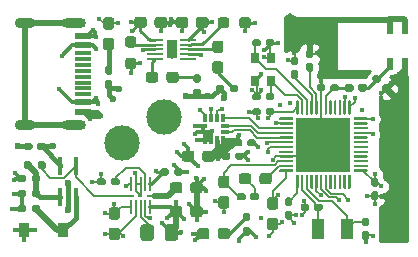
<source format=gbr>
%TF.GenerationSoftware,KiCad,Pcbnew,(5.1.9)-1*%
%TF.CreationDate,2021-05-29T14:53:35+02:00*%
%TF.ProjectId,Speed_sensor,53706565-645f-4736-956e-736f722e6b69,1.0*%
%TF.SameCoordinates,Original*%
%TF.FileFunction,Copper,L1,Top*%
%TF.FilePolarity,Positive*%
%FSLAX46Y46*%
G04 Gerber Fmt 4.6, Leading zero omitted, Abs format (unit mm)*
G04 Created by KiCad (PCBNEW (5.1.9)-1) date 2021-05-29 14:53:35*
%MOMM*%
%LPD*%
G01*
G04 APERTURE LIST*
%TA.AperFunction,EtchedComponent*%
%ADD10C,0.152400*%
%TD*%
%TA.AperFunction,SMDPad,CuDef*%
%ADD11R,0.400000X1.500000*%
%TD*%
%TA.AperFunction,SMDPad,CuDef*%
%ADD12R,1.000000X1.800000*%
%TD*%
%TA.AperFunction,SMDPad,CuDef*%
%ADD13R,0.900000X1.200000*%
%TD*%
%TA.AperFunction,SMDPad,CuDef*%
%ADD14R,1.400000X0.230000*%
%TD*%
%TA.AperFunction,SMDPad,CuDef*%
%ADD15R,0.914400X1.498600*%
%TD*%
%TA.AperFunction,ComponentPad*%
%ADD16C,0.508000*%
%TD*%
%TA.AperFunction,SMDPad,CuDef*%
%ADD17R,4.600000X4.600000*%
%TD*%
%TA.AperFunction,SMDPad,CuDef*%
%ADD18R,0.750000X0.350000*%
%TD*%
%TA.AperFunction,SMDPad,CuDef*%
%ADD19R,0.350000X0.750000*%
%TD*%
%TA.AperFunction,SMDPad,CuDef*%
%ADD20R,0.800000X0.900000*%
%TD*%
%TA.AperFunction,ComponentPad*%
%ADD21C,3.000000*%
%TD*%
%TA.AperFunction,ComponentPad*%
%ADD22O,2.000000X0.900000*%
%TD*%
%TA.AperFunction,ComponentPad*%
%ADD23O,1.700000X0.900000*%
%TD*%
%TA.AperFunction,SMDPad,CuDef*%
%ADD24R,1.460000X0.300000*%
%TD*%
%TA.AperFunction,SMDPad,CuDef*%
%ADD25R,1.460000X0.600000*%
%TD*%
%TA.AperFunction,SMDPad,CuDef*%
%ADD26R,0.600000X1.000000*%
%TD*%
%TA.AperFunction,SMDPad,CuDef*%
%ADD27R,0.203200X1.263600*%
%TD*%
%TA.AperFunction,SMDPad,CuDef*%
%ADD28R,1.263600X0.203200*%
%TD*%
%TA.AperFunction,ViaPad*%
%ADD29C,0.400000*%
%TD*%
%TA.AperFunction,ViaPad*%
%ADD30C,0.600000*%
%TD*%
%TA.AperFunction,Conductor*%
%ADD31C,0.300000*%
%TD*%
%TA.AperFunction,Conductor*%
%ADD32C,0.200000*%
%TD*%
%TA.AperFunction,Conductor*%
%ADD33C,0.250000*%
%TD*%
%TA.AperFunction,Conductor*%
%ADD34C,0.500000*%
%TD*%
%TA.AperFunction,Conductor*%
%ADD35C,0.293370*%
%TD*%
%TA.AperFunction,Conductor*%
%ADD36C,0.400000*%
%TD*%
%TA.AperFunction,Conductor*%
%ADD37C,0.150000*%
%TD*%
%TA.AperFunction,Conductor*%
%ADD38C,0.254000*%
%TD*%
%TA.AperFunction,Conductor*%
%ADD39C,0.100000*%
%TD*%
G04 APERTURE END LIST*
D10*
%TO.C,U1*%
X47675800Y-38849300D02*
X47675800Y-38849300D01*
X47675800Y-38849300D02*
X47675800Y-38849300D01*
X47675800Y-38849300D02*
X47675800Y-38849300D01*
X47675800Y-38849300D02*
X47675800Y-38849300D01*
X47675800Y-38849300D02*
X47675800Y-38849300D01*
X47675800Y-38849300D02*
X47675800Y-38849300D01*
X47675800Y-38849300D02*
X47675800Y-38849300D01*
X47675800Y-38849300D02*
X47675800Y-38849300D01*
X47675800Y-40347900D02*
X47675800Y-40347900D01*
X47675800Y-40347900D02*
X47675800Y-40347900D01*
X47675800Y-40347900D02*
X47675800Y-40347900D01*
X47675800Y-40347900D02*
X47675800Y-40347900D01*
X47675800Y-40347900D02*
X47675800Y-40347900D01*
X47675800Y-40347900D02*
X47675800Y-40347900D01*
X47675800Y-40347900D02*
X47675800Y-40347900D01*
X47675800Y-40347900D02*
X47675800Y-40347900D01*
%TD*%
%TO.P,R2,2*%
%TO.N,GND*%
%TA.AperFunction,SMDPad,CuDef*%
G36*
G01*
X43958500Y-40303000D02*
X44433500Y-40303000D01*
G75*
G02*
X44671000Y-40540500I0J-237500D01*
G01*
X44671000Y-41040500D01*
G75*
G02*
X44433500Y-41278000I-237500J0D01*
G01*
X43958500Y-41278000D01*
G75*
G02*
X43721000Y-41040500I0J237500D01*
G01*
X43721000Y-40540500D01*
G75*
G02*
X43958500Y-40303000I237500J0D01*
G01*
G37*
%TD.AperFunction*%
%TO.P,R2,1*%
%TO.N,BQ_ISET*%
%TA.AperFunction,SMDPad,CuDef*%
G36*
G01*
X43958500Y-38478000D02*
X44433500Y-38478000D01*
G75*
G02*
X44671000Y-38715500I0J-237500D01*
G01*
X44671000Y-39215500D01*
G75*
G02*
X44433500Y-39453000I-237500J0D01*
G01*
X43958500Y-39453000D01*
G75*
G02*
X43721000Y-39215500I0J237500D01*
G01*
X43721000Y-38715500D01*
G75*
G02*
X43958500Y-38478000I237500J0D01*
G01*
G37*
%TD.AperFunction*%
%TD*%
%TO.P,C22,1*%
%TO.N,GND*%
%TA.AperFunction,SMDPad,CuDef*%
G36*
G01*
X66175747Y-43051544D02*
X65956544Y-43270747D01*
G75*
G02*
X65737340Y-43270747I-109602J109602D01*
G01*
X65436819Y-42970226D01*
G75*
G02*
X65436819Y-42751022I109602J109602D01*
G01*
X65656022Y-42531819D01*
G75*
G02*
X65875226Y-42531819I109602J-109602D01*
G01*
X66175747Y-42832340D01*
G75*
G02*
X66175747Y-43051544I-109602J-109602D01*
G01*
G37*
%TD.AperFunction*%
%TO.P,C22,2*%
%TO.N,Net-(AE1-Pad4)*%
%TA.AperFunction,SMDPad,CuDef*%
G36*
G01*
X65373181Y-42248978D02*
X65153978Y-42468181D01*
G75*
G02*
X64934774Y-42468181I-109602J109602D01*
G01*
X64634253Y-42167660D01*
G75*
G02*
X64634253Y-41948456I109602J109602D01*
G01*
X64853456Y-41729253D01*
G75*
G02*
X65072660Y-41729253I109602J-109602D01*
G01*
X65373181Y-42029774D01*
G75*
G02*
X65373181Y-42248978I-109602J-109602D01*
G01*
G37*
%TD.AperFunction*%
%TD*%
D11*
%TO.P,U6,5*%
%TO.N,+BATT*%
X38212000Y-49470000D03*
%TO.P,U6,4*%
%TO.N,EN*%
X39512000Y-49470000D03*
%TO.P,U6,3*%
%TO.N,Net-(D4-Pad1)*%
X39512000Y-52130000D03*
%TO.P,U6,2*%
%TO.N,GND*%
X38862000Y-52130000D03*
%TO.P,U6,1*%
%TO.N,Net-(R7-Pad2)*%
X38212000Y-52130000D03*
%TD*%
D12*
%TO.P,Y1,2*%
%TO.N,XL2*%
X62526000Y-54785000D03*
%TO.P,Y1,1*%
%TO.N,XL1*%
X60026000Y-54785000D03*
%TD*%
%TO.P,C1,2*%
%TO.N,GND*%
%TA.AperFunction,SMDPad,CuDef*%
G36*
G01*
X46198500Y-37550100D02*
X46198500Y-37075100D01*
G75*
G02*
X46436000Y-36837600I237500J0D01*
G01*
X47036000Y-36837600D01*
G75*
G02*
X47273500Y-37075100I0J-237500D01*
G01*
X47273500Y-37550100D01*
G75*
G02*
X47036000Y-37787600I-237500J0D01*
G01*
X46436000Y-37787600D01*
G75*
G02*
X46198500Y-37550100I0J237500D01*
G01*
G37*
%TD.AperFunction*%
%TO.P,C1,1*%
%TO.N,+5V*%
%TA.AperFunction,SMDPad,CuDef*%
G36*
G01*
X44473500Y-37550100D02*
X44473500Y-37075100D01*
G75*
G02*
X44711000Y-36837600I237500J0D01*
G01*
X45311000Y-36837600D01*
G75*
G02*
X45548500Y-37075100I0J-237500D01*
G01*
X45548500Y-37550100D01*
G75*
G02*
X45311000Y-37787600I-237500J0D01*
G01*
X44711000Y-37787600D01*
G75*
G02*
X44473500Y-37550100I0J237500D01*
G01*
G37*
%TD.AperFunction*%
%TD*%
%TO.P,C2,1*%
%TO.N,+BATT*%
%TA.AperFunction,SMDPad,CuDef*%
G36*
G01*
X50776500Y-37075100D02*
X50776500Y-37550100D01*
G75*
G02*
X50539000Y-37787600I-237500J0D01*
G01*
X49939000Y-37787600D01*
G75*
G02*
X49701500Y-37550100I0J237500D01*
G01*
X49701500Y-37075100D01*
G75*
G02*
X49939000Y-36837600I237500J0D01*
G01*
X50539000Y-36837600D01*
G75*
G02*
X50776500Y-37075100I0J-237500D01*
G01*
G37*
%TD.AperFunction*%
%TO.P,C2,2*%
%TO.N,GND*%
%TA.AperFunction,SMDPad,CuDef*%
G36*
G01*
X49051500Y-37075100D02*
X49051500Y-37550100D01*
G75*
G02*
X48814000Y-37787600I-237500J0D01*
G01*
X48214000Y-37787600D01*
G75*
G02*
X47976500Y-37550100I0J237500D01*
G01*
X47976500Y-37075100D01*
G75*
G02*
X48214000Y-36837600I237500J0D01*
G01*
X48814000Y-36837600D01*
G75*
G02*
X49051500Y-37075100I0J-237500D01*
G01*
G37*
%TD.AperFunction*%
%TD*%
%TO.P,C4,1*%
%TO.N,+BATT*%
%TA.AperFunction,SMDPad,CuDef*%
G36*
G01*
X43036500Y-55756000D02*
X42561500Y-55756000D01*
G75*
G02*
X42324000Y-55518500I0J237500D01*
G01*
X42324000Y-54918500D01*
G75*
G02*
X42561500Y-54681000I237500J0D01*
G01*
X43036500Y-54681000D01*
G75*
G02*
X43274000Y-54918500I0J-237500D01*
G01*
X43274000Y-55518500D01*
G75*
G02*
X43036500Y-55756000I-237500J0D01*
G01*
G37*
%TD.AperFunction*%
%TO.P,C4,2*%
%TO.N,GND*%
%TA.AperFunction,SMDPad,CuDef*%
G36*
G01*
X43036500Y-54031000D02*
X42561500Y-54031000D01*
G75*
G02*
X42324000Y-53793500I0J237500D01*
G01*
X42324000Y-53193500D01*
G75*
G02*
X42561500Y-52956000I237500J0D01*
G01*
X43036500Y-52956000D01*
G75*
G02*
X43274000Y-53193500I0J-237500D01*
G01*
X43274000Y-53793500D01*
G75*
G02*
X43036500Y-54031000I-237500J0D01*
G01*
G37*
%TD.AperFunction*%
%TD*%
%TO.P,C6,2*%
%TO.N,GND*%
%TA.AperFunction,SMDPad,CuDef*%
G36*
G01*
X49220000Y-51545500D02*
X49220000Y-51070500D01*
G75*
G02*
X49457500Y-50833000I237500J0D01*
G01*
X50057500Y-50833000D01*
G75*
G02*
X50295000Y-51070500I0J-237500D01*
G01*
X50295000Y-51545500D01*
G75*
G02*
X50057500Y-51783000I-237500J0D01*
G01*
X49457500Y-51783000D01*
G75*
G02*
X49220000Y-51545500I0J237500D01*
G01*
G37*
%TD.AperFunction*%
%TO.P,C6,1*%
%TO.N,BUCK_Vout2*%
%TA.AperFunction,SMDPad,CuDef*%
G36*
G01*
X47495000Y-51545500D02*
X47495000Y-51070500D01*
G75*
G02*
X47732500Y-50833000I237500J0D01*
G01*
X48332500Y-50833000D01*
G75*
G02*
X48570000Y-51070500I0J-237500D01*
G01*
X48570000Y-51545500D01*
G75*
G02*
X48332500Y-51783000I-237500J0D01*
G01*
X47732500Y-51783000D01*
G75*
G02*
X47495000Y-51545500I0J237500D01*
G01*
G37*
%TD.AperFunction*%
%TD*%
%TO.P,C7,2*%
%TO.N,GND*%
%TA.AperFunction,SMDPad,CuDef*%
G36*
G01*
X49220000Y-53577500D02*
X49220000Y-53102500D01*
G75*
G02*
X49457500Y-52865000I237500J0D01*
G01*
X50057500Y-52865000D01*
G75*
G02*
X50295000Y-53102500I0J-237500D01*
G01*
X50295000Y-53577500D01*
G75*
G02*
X50057500Y-53815000I-237500J0D01*
G01*
X49457500Y-53815000D01*
G75*
G02*
X49220000Y-53577500I0J237500D01*
G01*
G37*
%TD.AperFunction*%
%TO.P,C7,1*%
%TO.N,+3V0*%
%TA.AperFunction,SMDPad,CuDef*%
G36*
G01*
X47495000Y-53577500D02*
X47495000Y-53102500D01*
G75*
G02*
X47732500Y-52865000I237500J0D01*
G01*
X48332500Y-52865000D01*
G75*
G02*
X48570000Y-53102500I0J-237500D01*
G01*
X48570000Y-53577500D01*
G75*
G02*
X48332500Y-53815000I-237500J0D01*
G01*
X47732500Y-53815000D01*
G75*
G02*
X47495000Y-53577500I0J237500D01*
G01*
G37*
%TD.AperFunction*%
%TD*%
%TO.P,C8,1*%
%TO.N,+3V0*%
%TA.AperFunction,SMDPad,CuDef*%
G36*
G01*
X55958500Y-52115000D02*
X56433500Y-52115000D01*
G75*
G02*
X56671000Y-52352500I0J-237500D01*
G01*
X56671000Y-52952500D01*
G75*
G02*
X56433500Y-53190000I-237500J0D01*
G01*
X55958500Y-53190000D01*
G75*
G02*
X55721000Y-52952500I0J237500D01*
G01*
X55721000Y-52352500D01*
G75*
G02*
X55958500Y-52115000I237500J0D01*
G01*
G37*
%TD.AperFunction*%
%TO.P,C8,2*%
%TO.N,GND*%
%TA.AperFunction,SMDPad,CuDef*%
G36*
G01*
X55958500Y-53840000D02*
X56433500Y-53840000D01*
G75*
G02*
X56671000Y-54077500I0J-237500D01*
G01*
X56671000Y-54677500D01*
G75*
G02*
X56433500Y-54915000I-237500J0D01*
G01*
X55958500Y-54915000D01*
G75*
G02*
X55721000Y-54677500I0J237500D01*
G01*
X55721000Y-54077500D01*
G75*
G02*
X55958500Y-53840000I237500J0D01*
G01*
G37*
%TD.AperFunction*%
%TD*%
%TO.P,C9,2*%
%TO.N,GND*%
%TA.AperFunction,SMDPad,CuDef*%
G36*
G01*
X64677000Y-51615500D02*
X64987000Y-51615500D01*
G75*
G02*
X65142000Y-51770500I0J-155000D01*
G01*
X65142000Y-52195500D01*
G75*
G02*
X64987000Y-52350500I-155000J0D01*
G01*
X64677000Y-52350500D01*
G75*
G02*
X64522000Y-52195500I0J155000D01*
G01*
X64522000Y-51770500D01*
G75*
G02*
X64677000Y-51615500I155000J0D01*
G01*
G37*
%TD.AperFunction*%
%TO.P,C9,1*%
%TO.N,+3V0*%
%TA.AperFunction,SMDPad,CuDef*%
G36*
G01*
X64677000Y-50480500D02*
X64987000Y-50480500D01*
G75*
G02*
X65142000Y-50635500I0J-155000D01*
G01*
X65142000Y-51060500D01*
G75*
G02*
X64987000Y-51215500I-155000J0D01*
G01*
X64677000Y-51215500D01*
G75*
G02*
X64522000Y-51060500I0J155000D01*
G01*
X64522000Y-50635500D01*
G75*
G02*
X64677000Y-50480500I155000J0D01*
G01*
G37*
%TD.AperFunction*%
%TD*%
%TO.P,C10,2*%
%TO.N,GND*%
%TA.AperFunction,SMDPad,CuDef*%
G36*
G01*
X55204000Y-44716000D02*
X55204000Y-45026000D01*
G75*
G02*
X55049000Y-45181000I-155000J0D01*
G01*
X54624000Y-45181000D01*
G75*
G02*
X54469000Y-45026000I0J155000D01*
G01*
X54469000Y-44716000D01*
G75*
G02*
X54624000Y-44561000I155000J0D01*
G01*
X55049000Y-44561000D01*
G75*
G02*
X55204000Y-44716000I0J-155000D01*
G01*
G37*
%TD.AperFunction*%
%TO.P,C10,1*%
%TO.N,+3V0*%
%TA.AperFunction,SMDPad,CuDef*%
G36*
G01*
X56339000Y-44716000D02*
X56339000Y-45026000D01*
G75*
G02*
X56184000Y-45181000I-155000J0D01*
G01*
X55759000Y-45181000D01*
G75*
G02*
X55604000Y-45026000I0J155000D01*
G01*
X55604000Y-44716000D01*
G75*
G02*
X55759000Y-44561000I155000J0D01*
G01*
X56184000Y-44561000D01*
G75*
G02*
X56339000Y-44716000I0J-155000D01*
G01*
G37*
%TD.AperFunction*%
%TD*%
%TO.P,C11,2*%
%TO.N,GND*%
%TA.AperFunction,SMDPad,CuDef*%
G36*
G01*
X58215000Y-40948000D02*
X57905000Y-40948000D01*
G75*
G02*
X57750000Y-40793000I0J155000D01*
G01*
X57750000Y-40368000D01*
G75*
G02*
X57905000Y-40213000I155000J0D01*
G01*
X58215000Y-40213000D01*
G75*
G02*
X58370000Y-40368000I0J-155000D01*
G01*
X58370000Y-40793000D01*
G75*
G02*
X58215000Y-40948000I-155000J0D01*
G01*
G37*
%TD.AperFunction*%
%TO.P,C11,1*%
%TO.N,Net-(C11-Pad1)*%
%TA.AperFunction,SMDPad,CuDef*%
G36*
G01*
X58215000Y-42083000D02*
X57905000Y-42083000D01*
G75*
G02*
X57750000Y-41928000I0J155000D01*
G01*
X57750000Y-41503000D01*
G75*
G02*
X57905000Y-41348000I155000J0D01*
G01*
X58215000Y-41348000D01*
G75*
G02*
X58370000Y-41503000I0J-155000D01*
G01*
X58370000Y-41928000D01*
G75*
G02*
X58215000Y-42083000I-155000J0D01*
G01*
G37*
%TD.AperFunction*%
%TD*%
%TO.P,C12,1*%
%TO.N,Net-(C12-Pad1)*%
%TA.AperFunction,SMDPad,CuDef*%
G36*
G01*
X59485000Y-41480000D02*
X59175000Y-41480000D01*
G75*
G02*
X59020000Y-41325000I0J155000D01*
G01*
X59020000Y-40900000D01*
G75*
G02*
X59175000Y-40745000I155000J0D01*
G01*
X59485000Y-40745000D01*
G75*
G02*
X59640000Y-40900000I0J-155000D01*
G01*
X59640000Y-41325000D01*
G75*
G02*
X59485000Y-41480000I-155000J0D01*
G01*
G37*
%TD.AperFunction*%
%TO.P,C12,2*%
%TO.N,GND*%
%TA.AperFunction,SMDPad,CuDef*%
G36*
G01*
X59485000Y-40345000D02*
X59175000Y-40345000D01*
G75*
G02*
X59020000Y-40190000I0J155000D01*
G01*
X59020000Y-39765000D01*
G75*
G02*
X59175000Y-39610000I155000J0D01*
G01*
X59485000Y-39610000D01*
G75*
G02*
X59640000Y-39765000I0J-155000D01*
G01*
X59640000Y-40190000D01*
G75*
G02*
X59485000Y-40345000I-155000J0D01*
G01*
G37*
%TD.AperFunction*%
%TD*%
%TO.P,C13,1*%
%TO.N,Net-(C13-Pad1)*%
%TA.AperFunction,SMDPad,CuDef*%
G36*
G01*
X57395000Y-52131000D02*
X57705000Y-52131000D01*
G75*
G02*
X57860000Y-52286000I0J-155000D01*
G01*
X57860000Y-52711000D01*
G75*
G02*
X57705000Y-52866000I-155000J0D01*
G01*
X57395000Y-52866000D01*
G75*
G02*
X57240000Y-52711000I0J155000D01*
G01*
X57240000Y-52286000D01*
G75*
G02*
X57395000Y-52131000I155000J0D01*
G01*
G37*
%TD.AperFunction*%
%TO.P,C13,2*%
%TO.N,GND*%
%TA.AperFunction,SMDPad,CuDef*%
G36*
G01*
X57395000Y-53266000D02*
X57705000Y-53266000D01*
G75*
G02*
X57860000Y-53421000I0J-155000D01*
G01*
X57860000Y-53846000D01*
G75*
G02*
X57705000Y-54001000I-155000J0D01*
G01*
X57395000Y-54001000D01*
G75*
G02*
X57240000Y-53846000I0J155000D01*
G01*
X57240000Y-53421000D01*
G75*
G02*
X57395000Y-53266000I155000J0D01*
G01*
G37*
%TD.AperFunction*%
%TD*%
%TO.P,C14,2*%
%TO.N,GND*%
%TA.AperFunction,SMDPad,CuDef*%
G36*
G01*
X51832500Y-52014000D02*
X52307500Y-52014000D01*
G75*
G02*
X52545000Y-52251500I0J-237500D01*
G01*
X52545000Y-52851500D01*
G75*
G02*
X52307500Y-53089000I-237500J0D01*
G01*
X51832500Y-53089000D01*
G75*
G02*
X51595000Y-52851500I0J237500D01*
G01*
X51595000Y-52251500D01*
G75*
G02*
X51832500Y-52014000I237500J0D01*
G01*
G37*
%TD.AperFunction*%
%TO.P,C14,1*%
%TO.N,Net-(C14-Pad1)*%
%TA.AperFunction,SMDPad,CuDef*%
G36*
G01*
X51832500Y-50289000D02*
X52307500Y-50289000D01*
G75*
G02*
X52545000Y-50526500I0J-237500D01*
G01*
X52545000Y-51126500D01*
G75*
G02*
X52307500Y-51364000I-237500J0D01*
G01*
X51832500Y-51364000D01*
G75*
G02*
X51595000Y-51126500I0J237500D01*
G01*
X51595000Y-50526500D01*
G75*
G02*
X51832500Y-50289000I237500J0D01*
G01*
G37*
%TD.AperFunction*%
%TD*%
%TO.P,C15,1*%
%TO.N,XL1*%
%TA.AperFunction,SMDPad,CuDef*%
G36*
G01*
X60433000Y-52804000D02*
X60433000Y-53114000D01*
G75*
G02*
X60278000Y-53269000I-155000J0D01*
G01*
X59853000Y-53269000D01*
G75*
G02*
X59698000Y-53114000I0J155000D01*
G01*
X59698000Y-52804000D01*
G75*
G02*
X59853000Y-52649000I155000J0D01*
G01*
X60278000Y-52649000D01*
G75*
G02*
X60433000Y-52804000I0J-155000D01*
G01*
G37*
%TD.AperFunction*%
%TO.P,C15,2*%
%TO.N,GND*%
%TA.AperFunction,SMDPad,CuDef*%
G36*
G01*
X59298000Y-52804000D02*
X59298000Y-53114000D01*
G75*
G02*
X59143000Y-53269000I-155000J0D01*
G01*
X58718000Y-53269000D01*
G75*
G02*
X58563000Y-53114000I0J155000D01*
G01*
X58563000Y-52804000D01*
G75*
G02*
X58718000Y-52649000I155000J0D01*
G01*
X59143000Y-52649000D01*
G75*
G02*
X59298000Y-52804000I0J-155000D01*
G01*
G37*
%TD.AperFunction*%
%TD*%
%TO.P,C16,1*%
%TO.N,XL2*%
%TA.AperFunction,SMDPad,CuDef*%
G36*
G01*
X63915000Y-53850000D02*
X64225000Y-53850000D01*
G75*
G02*
X64380000Y-54005000I0J-155000D01*
G01*
X64380000Y-54430000D01*
G75*
G02*
X64225000Y-54585000I-155000J0D01*
G01*
X63915000Y-54585000D01*
G75*
G02*
X63760000Y-54430000I0J155000D01*
G01*
X63760000Y-54005000D01*
G75*
G02*
X63915000Y-53850000I155000J0D01*
G01*
G37*
%TD.AperFunction*%
%TO.P,C16,2*%
%TO.N,GND*%
%TA.AperFunction,SMDPad,CuDef*%
G36*
G01*
X63915000Y-54985000D02*
X64225000Y-54985000D01*
G75*
G02*
X64380000Y-55140000I0J-155000D01*
G01*
X64380000Y-55565000D01*
G75*
G02*
X64225000Y-55720000I-155000J0D01*
G01*
X63915000Y-55720000D01*
G75*
G02*
X63760000Y-55565000I0J155000D01*
G01*
X63760000Y-55140000D01*
G75*
G02*
X63915000Y-54985000I155000J0D01*
G01*
G37*
%TD.AperFunction*%
%TD*%
%TO.P,C17,2*%
%TO.N,Net-(C17-Pad2)*%
%TA.AperFunction,SMDPad,CuDef*%
G36*
G01*
X61064000Y-43003000D02*
X61064000Y-42693000D01*
G75*
G02*
X61219000Y-42538000I155000J0D01*
G01*
X61644000Y-42538000D01*
G75*
G02*
X61799000Y-42693000I0J-155000D01*
G01*
X61799000Y-43003000D01*
G75*
G02*
X61644000Y-43158000I-155000J0D01*
G01*
X61219000Y-43158000D01*
G75*
G02*
X61064000Y-43003000I0J155000D01*
G01*
G37*
%TD.AperFunction*%
%TO.P,C17,1*%
%TO.N,GND*%
%TA.AperFunction,SMDPad,CuDef*%
G36*
G01*
X59929000Y-43003000D02*
X59929000Y-42693000D01*
G75*
G02*
X60084000Y-42538000I155000J0D01*
G01*
X60509000Y-42538000D01*
G75*
G02*
X60664000Y-42693000I0J-155000D01*
G01*
X60664000Y-43003000D01*
G75*
G02*
X60509000Y-43158000I-155000J0D01*
G01*
X60084000Y-43158000D01*
G75*
G02*
X59929000Y-43003000I0J155000D01*
G01*
G37*
%TD.AperFunction*%
%TD*%
%TO.P,C18,1*%
%TO.N,Net-(C18-Pad1)*%
%TA.AperFunction,SMDPad,CuDef*%
G36*
G01*
X54469000Y-39184000D02*
X54469000Y-38874000D01*
G75*
G02*
X54624000Y-38719000I155000J0D01*
G01*
X55049000Y-38719000D01*
G75*
G02*
X55204000Y-38874000I0J-155000D01*
G01*
X55204000Y-39184000D01*
G75*
G02*
X55049000Y-39339000I-155000J0D01*
G01*
X54624000Y-39339000D01*
G75*
G02*
X54469000Y-39184000I0J155000D01*
G01*
G37*
%TD.AperFunction*%
%TO.P,C18,2*%
%TO.N,GND*%
%TA.AperFunction,SMDPad,CuDef*%
G36*
G01*
X55604000Y-39184000D02*
X55604000Y-38874000D01*
G75*
G02*
X55759000Y-38719000I155000J0D01*
G01*
X56184000Y-38719000D01*
G75*
G02*
X56339000Y-38874000I0J-155000D01*
G01*
X56339000Y-39184000D01*
G75*
G02*
X56184000Y-39339000I-155000J0D01*
G01*
X55759000Y-39339000D01*
G75*
G02*
X55604000Y-39184000I0J155000D01*
G01*
G37*
%TD.AperFunction*%
%TD*%
%TO.P,C19,2*%
%TO.N,GND*%
%TA.AperFunction,SMDPad,CuDef*%
G36*
G01*
X55204000Y-43446000D02*
X55204000Y-43756000D01*
G75*
G02*
X55049000Y-43911000I-155000J0D01*
G01*
X54624000Y-43911000D01*
G75*
G02*
X54469000Y-43756000I0J155000D01*
G01*
X54469000Y-43446000D01*
G75*
G02*
X54624000Y-43291000I155000J0D01*
G01*
X55049000Y-43291000D01*
G75*
G02*
X55204000Y-43446000I0J-155000D01*
G01*
G37*
%TD.AperFunction*%
%TO.P,C19,1*%
%TO.N,Net-(C19-Pad1)*%
%TA.AperFunction,SMDPad,CuDef*%
G36*
G01*
X56339000Y-43446000D02*
X56339000Y-43756000D01*
G75*
G02*
X56184000Y-43911000I-155000J0D01*
G01*
X55759000Y-43911000D01*
G75*
G02*
X55604000Y-43756000I0J155000D01*
G01*
X55604000Y-43446000D01*
G75*
G02*
X55759000Y-43291000I155000J0D01*
G01*
X56184000Y-43291000D01*
G75*
G02*
X56339000Y-43446000I0J-155000D01*
G01*
G37*
%TD.AperFunction*%
%TD*%
%TO.P,C20,1*%
%TO.N,+3V0*%
%TA.AperFunction,SMDPad,CuDef*%
G36*
G01*
X51897000Y-48796000D02*
X51897000Y-48486000D01*
G75*
G02*
X52052000Y-48331000I155000J0D01*
G01*
X52477000Y-48331000D01*
G75*
G02*
X52632000Y-48486000I0J-155000D01*
G01*
X52632000Y-48796000D01*
G75*
G02*
X52477000Y-48951000I-155000J0D01*
G01*
X52052000Y-48951000D01*
G75*
G02*
X51897000Y-48796000I0J155000D01*
G01*
G37*
%TD.AperFunction*%
%TO.P,C20,2*%
%TO.N,GND*%
%TA.AperFunction,SMDPad,CuDef*%
G36*
G01*
X53032000Y-48796000D02*
X53032000Y-48486000D01*
G75*
G02*
X53187000Y-48331000I155000J0D01*
G01*
X53612000Y-48331000D01*
G75*
G02*
X53767000Y-48486000I0J-155000D01*
G01*
X53767000Y-48796000D01*
G75*
G02*
X53612000Y-48951000I-155000J0D01*
G01*
X53187000Y-48951000D01*
G75*
G02*
X53032000Y-48796000I0J155000D01*
G01*
G37*
%TD.AperFunction*%
%TD*%
%TO.P,C21,1*%
%TO.N,+3V0*%
%TA.AperFunction,SMDPad,CuDef*%
G36*
G01*
X51311000Y-48403500D02*
X51311000Y-48878500D01*
G75*
G02*
X51073500Y-49116000I-237500J0D01*
G01*
X50473500Y-49116000D01*
G75*
G02*
X50236000Y-48878500I0J237500D01*
G01*
X50236000Y-48403500D01*
G75*
G02*
X50473500Y-48166000I237500J0D01*
G01*
X51073500Y-48166000D01*
G75*
G02*
X51311000Y-48403500I0J-237500D01*
G01*
G37*
%TD.AperFunction*%
%TO.P,C21,2*%
%TO.N,GND*%
%TA.AperFunction,SMDPad,CuDef*%
G36*
G01*
X49586000Y-48403500D02*
X49586000Y-48878500D01*
G75*
G02*
X49348500Y-49116000I-237500J0D01*
G01*
X48748500Y-49116000D01*
G75*
G02*
X48511000Y-48878500I0J237500D01*
G01*
X48511000Y-48403500D01*
G75*
G02*
X48748500Y-48166000I237500J0D01*
G01*
X49348500Y-48166000D01*
G75*
G02*
X49586000Y-48403500I0J-237500D01*
G01*
G37*
%TD.AperFunction*%
%TD*%
%TO.P,D1,1*%
%TO.N,Net-(D1-Pad1)*%
%TA.AperFunction,SMDPad,CuDef*%
G36*
G01*
X42545500Y-39674000D02*
X42070500Y-39674000D01*
G75*
G02*
X41833000Y-39436500I0J237500D01*
G01*
X41833000Y-38861500D01*
G75*
G02*
X42070500Y-38624000I237500J0D01*
G01*
X42545500Y-38624000D01*
G75*
G02*
X42783000Y-38861500I0J-237500D01*
G01*
X42783000Y-39436500D01*
G75*
G02*
X42545500Y-39674000I-237500J0D01*
G01*
G37*
%TD.AperFunction*%
%TO.P,D1,2*%
%TO.N,+5V*%
%TA.AperFunction,SMDPad,CuDef*%
G36*
G01*
X42545500Y-37924000D02*
X42070500Y-37924000D01*
G75*
G02*
X41833000Y-37686500I0J237500D01*
G01*
X41833000Y-37111500D01*
G75*
G02*
X42070500Y-36874000I237500J0D01*
G01*
X42545500Y-36874000D01*
G75*
G02*
X42783000Y-37111500I0J-237500D01*
G01*
X42783000Y-37686500D01*
G75*
G02*
X42545500Y-37924000I-237500J0D01*
G01*
G37*
%TD.AperFunction*%
%TD*%
%TO.P,D2,1*%
%TO.N,~BQ_PG~*%
%TA.AperFunction,SMDPad,CuDef*%
G36*
G01*
X45463000Y-42198300D02*
X45463000Y-41723300D01*
G75*
G02*
X45700500Y-41485800I237500J0D01*
G01*
X46275500Y-41485800D01*
G75*
G02*
X46513000Y-41723300I0J-237500D01*
G01*
X46513000Y-42198300D01*
G75*
G02*
X46275500Y-42435800I-237500J0D01*
G01*
X45700500Y-42435800D01*
G75*
G02*
X45463000Y-42198300I0J237500D01*
G01*
G37*
%TD.AperFunction*%
%TO.P,D2,2*%
%TO.N,Net-(D2-Pad2)*%
%TA.AperFunction,SMDPad,CuDef*%
G36*
G01*
X47213000Y-42198300D02*
X47213000Y-41723300D01*
G75*
G02*
X47450500Y-41485800I237500J0D01*
G01*
X48025500Y-41485800D01*
G75*
G02*
X48263000Y-41723300I0J-237500D01*
G01*
X48263000Y-42198300D01*
G75*
G02*
X48025500Y-42435800I-237500J0D01*
G01*
X47450500Y-42435800D01*
G75*
G02*
X47213000Y-42198300I0J237500D01*
G01*
G37*
%TD.AperFunction*%
%TD*%
%TO.P,D3,2*%
%TO.N,Net-(D3-Pad2)*%
%TA.AperFunction,SMDPad,CuDef*%
G36*
G01*
X51324500Y-40597600D02*
X51799500Y-40597600D01*
G75*
G02*
X52037000Y-40835100I0J-237500D01*
G01*
X52037000Y-41410100D01*
G75*
G02*
X51799500Y-41647600I-237500J0D01*
G01*
X51324500Y-41647600D01*
G75*
G02*
X51087000Y-41410100I0J237500D01*
G01*
X51087000Y-40835100D01*
G75*
G02*
X51324500Y-40597600I237500J0D01*
G01*
G37*
%TD.AperFunction*%
%TO.P,D3,1*%
%TO.N,~BQ_CHG~*%
%TA.AperFunction,SMDPad,CuDef*%
G36*
G01*
X51324500Y-38847600D02*
X51799500Y-38847600D01*
G75*
G02*
X52037000Y-39085100I0J-237500D01*
G01*
X52037000Y-39660100D01*
G75*
G02*
X51799500Y-39897600I-237500J0D01*
G01*
X51324500Y-39897600D01*
G75*
G02*
X51087000Y-39660100I0J237500D01*
G01*
X51087000Y-39085100D01*
G75*
G02*
X51324500Y-38847600I237500J0D01*
G01*
G37*
%TD.AperFunction*%
%TD*%
D13*
%TO.P,D4,1*%
%TO.N,Net-(D4-Pad1)*%
X38480000Y-54864000D03*
%TO.P,D4,2*%
%TO.N,GND*%
X35180000Y-54864000D03*
%TD*%
%TO.P,D5,2*%
%TO.N,+3V0*%
%TA.AperFunction,SMDPad,CuDef*%
G36*
G01*
X50850000Y-54962500D02*
X50850000Y-55437500D01*
G75*
G02*
X50612500Y-55675000I-237500J0D01*
G01*
X50037500Y-55675000D01*
G75*
G02*
X49800000Y-55437500I0J237500D01*
G01*
X49800000Y-54962500D01*
G75*
G02*
X50037500Y-54725000I237500J0D01*
G01*
X50612500Y-54725000D01*
G75*
G02*
X50850000Y-54962500I0J-237500D01*
G01*
G37*
%TD.AperFunction*%
%TO.P,D5,1*%
%TO.N,Net-(D5-Pad1)*%
%TA.AperFunction,SMDPad,CuDef*%
G36*
G01*
X52600000Y-54962500D02*
X52600000Y-55437500D01*
G75*
G02*
X52362500Y-55675000I-237500J0D01*
G01*
X51787500Y-55675000D01*
G75*
G02*
X51550000Y-55437500I0J237500D01*
G01*
X51550000Y-54962500D01*
G75*
G02*
X51787500Y-54725000I237500J0D01*
G01*
X52362500Y-54725000D01*
G75*
G02*
X52600000Y-54962500I0J-237500D01*
G01*
G37*
%TD.AperFunction*%
%TD*%
%TO.P,L2,1*%
%TO.N,Net-(L2-Pad1)*%
%TA.AperFunction,SMDPad,CuDef*%
G36*
G01*
X55057000Y-51910000D02*
X55057000Y-52230000D01*
G75*
G02*
X54897000Y-52390000I-160000J0D01*
G01*
X54452000Y-52390000D01*
G75*
G02*
X54292000Y-52230000I0J160000D01*
G01*
X54292000Y-51910000D01*
G75*
G02*
X54452000Y-51750000I160000J0D01*
G01*
X54897000Y-51750000D01*
G75*
G02*
X55057000Y-51910000I0J-160000D01*
G01*
G37*
%TD.AperFunction*%
%TO.P,L2,2*%
%TO.N,Net-(C14-Pad1)*%
%TA.AperFunction,SMDPad,CuDef*%
G36*
G01*
X53912000Y-51910000D02*
X53912000Y-52230000D01*
G75*
G02*
X53752000Y-52390000I-160000J0D01*
G01*
X53307000Y-52390000D01*
G75*
G02*
X53147000Y-52230000I0J160000D01*
G01*
X53147000Y-51910000D01*
G75*
G02*
X53307000Y-51750000I160000J0D01*
G01*
X53752000Y-51750000D01*
G75*
G02*
X53912000Y-51910000I0J-160000D01*
G01*
G37*
%TD.AperFunction*%
%TD*%
%TO.P,L3,1*%
%TO.N,Net-(L3-Pad1)*%
%TA.AperFunction,SMDPad,CuDef*%
G36*
G01*
X56137000Y-50308500D02*
X56137000Y-50783500D01*
G75*
G02*
X55899500Y-51021000I-237500J0D01*
G01*
X55324500Y-51021000D01*
G75*
G02*
X55087000Y-50783500I0J237500D01*
G01*
X55087000Y-50308500D01*
G75*
G02*
X55324500Y-50071000I237500J0D01*
G01*
X55899500Y-50071000D01*
G75*
G02*
X56137000Y-50308500I0J-237500D01*
G01*
G37*
%TD.AperFunction*%
%TO.P,L3,2*%
%TO.N,Net-(L2-Pad1)*%
%TA.AperFunction,SMDPad,CuDef*%
G36*
G01*
X54387000Y-50308500D02*
X54387000Y-50783500D01*
G75*
G02*
X54149500Y-51021000I-237500J0D01*
G01*
X53574500Y-51021000D01*
G75*
G02*
X53337000Y-50783500I0J237500D01*
G01*
X53337000Y-50308500D01*
G75*
G02*
X53574500Y-50071000I237500J0D01*
G01*
X54149500Y-50071000D01*
G75*
G02*
X54387000Y-50308500I0J-237500D01*
G01*
G37*
%TD.AperFunction*%
%TD*%
%TO.P,L4,2*%
%TO.N,Net-(C17-Pad2)*%
%TA.AperFunction,SMDPad,CuDef*%
G36*
G01*
X63056000Y-42688000D02*
X63056000Y-43008000D01*
G75*
G02*
X62896000Y-43168000I-160000J0D01*
G01*
X62451000Y-43168000D01*
G75*
G02*
X62291000Y-43008000I0J160000D01*
G01*
X62291000Y-42688000D01*
G75*
G02*
X62451000Y-42528000I160000J0D01*
G01*
X62896000Y-42528000D01*
G75*
G02*
X63056000Y-42688000I0J-160000D01*
G01*
G37*
%TD.AperFunction*%
%TO.P,L4,1*%
%TO.N,Net-(AE1-Pad4)*%
%TA.AperFunction,SMDPad,CuDef*%
G36*
G01*
X64201000Y-42688000D02*
X64201000Y-43008000D01*
G75*
G02*
X64041000Y-43168000I-160000J0D01*
G01*
X63596000Y-43168000D01*
G75*
G02*
X63436000Y-43008000I0J160000D01*
G01*
X63436000Y-42688000D01*
G75*
G02*
X63596000Y-42528000I160000J0D01*
G01*
X64041000Y-42528000D01*
G75*
G02*
X64201000Y-42688000I0J-160000D01*
G01*
G37*
%TD.AperFunction*%
%TD*%
%TO.P,R3,1*%
%TO.N,GND*%
%TA.AperFunction,SMDPad,CuDef*%
G36*
G01*
X54357100Y-37100500D02*
X54357100Y-37575500D01*
G75*
G02*
X54119600Y-37813000I-237500J0D01*
G01*
X53619600Y-37813000D01*
G75*
G02*
X53382100Y-37575500I0J237500D01*
G01*
X53382100Y-37100500D01*
G75*
G02*
X53619600Y-36863000I237500J0D01*
G01*
X54119600Y-36863000D01*
G75*
G02*
X54357100Y-37100500I0J-237500D01*
G01*
G37*
%TD.AperFunction*%
%TO.P,R3,2*%
%TO.N,BQ_TS*%
%TA.AperFunction,SMDPad,CuDef*%
G36*
G01*
X52532100Y-37100500D02*
X52532100Y-37575500D01*
G75*
G02*
X52294600Y-37813000I-237500J0D01*
G01*
X51794600Y-37813000D01*
G75*
G02*
X51557100Y-37575500I0J237500D01*
G01*
X51557100Y-37100500D01*
G75*
G02*
X51794600Y-36863000I237500J0D01*
G01*
X52294600Y-36863000D01*
G75*
G02*
X52532100Y-37100500I0J-237500D01*
G01*
G37*
%TD.AperFunction*%
%TD*%
%TO.P,R6,1*%
%TO.N,+BATT*%
%TA.AperFunction,SMDPad,CuDef*%
G36*
G01*
X34605000Y-53246000D02*
X34605000Y-52926000D01*
G75*
G02*
X34765000Y-52766000I160000J0D01*
G01*
X35160000Y-52766000D01*
G75*
G02*
X35320000Y-52926000I0J-160000D01*
G01*
X35320000Y-53246000D01*
G75*
G02*
X35160000Y-53406000I-160000J0D01*
G01*
X34765000Y-53406000D01*
G75*
G02*
X34605000Y-53246000I0J160000D01*
G01*
G37*
%TD.AperFunction*%
%TO.P,R6,2*%
%TO.N,Net-(D4-Pad1)*%
%TA.AperFunction,SMDPad,CuDef*%
G36*
G01*
X35800000Y-53246000D02*
X35800000Y-52926000D01*
G75*
G02*
X35960000Y-52766000I160000J0D01*
G01*
X36355000Y-52766000D01*
G75*
G02*
X36515000Y-52926000I0J-160000D01*
G01*
X36515000Y-53246000D01*
G75*
G02*
X36355000Y-53406000I-160000J0D01*
G01*
X35960000Y-53406000D01*
G75*
G02*
X35800000Y-53246000I0J160000D01*
G01*
G37*
%TD.AperFunction*%
%TD*%
%TO.P,R7,2*%
%TO.N,Net-(R7-Pad2)*%
%TA.AperFunction,SMDPad,CuDef*%
G36*
G01*
X35800000Y-51976000D02*
X35800000Y-51656000D01*
G75*
G02*
X35960000Y-51496000I160000J0D01*
G01*
X36355000Y-51496000D01*
G75*
G02*
X36515000Y-51656000I0J-160000D01*
G01*
X36515000Y-51976000D01*
G75*
G02*
X36355000Y-52136000I-160000J0D01*
G01*
X35960000Y-52136000D01*
G75*
G02*
X35800000Y-51976000I0J160000D01*
G01*
G37*
%TD.AperFunction*%
%TO.P,R7,1*%
%TO.N,+BATT*%
%TA.AperFunction,SMDPad,CuDef*%
G36*
G01*
X34605000Y-51976000D02*
X34605000Y-51656000D01*
G75*
G02*
X34765000Y-51496000I160000J0D01*
G01*
X35160000Y-51496000D01*
G75*
G02*
X35320000Y-51656000I0J-160000D01*
G01*
X35320000Y-51976000D01*
G75*
G02*
X35160000Y-52136000I-160000J0D01*
G01*
X34765000Y-52136000D01*
G75*
G02*
X34605000Y-51976000I0J160000D01*
G01*
G37*
%TD.AperFunction*%
%TD*%
%TO.P,R8,1*%
%TO.N,Net-(R7-Pad2)*%
%TA.AperFunction,SMDPad,CuDef*%
G36*
G01*
X36515000Y-50386000D02*
X36515000Y-50706000D01*
G75*
G02*
X36355000Y-50866000I-160000J0D01*
G01*
X35960000Y-50866000D01*
G75*
G02*
X35800000Y-50706000I0J160000D01*
G01*
X35800000Y-50386000D01*
G75*
G02*
X35960000Y-50226000I160000J0D01*
G01*
X36355000Y-50226000D01*
G75*
G02*
X36515000Y-50386000I0J-160000D01*
G01*
G37*
%TD.AperFunction*%
%TO.P,R8,2*%
%TO.N,GND*%
%TA.AperFunction,SMDPad,CuDef*%
G36*
G01*
X35320000Y-50386000D02*
X35320000Y-50706000D01*
G75*
G02*
X35160000Y-50866000I-160000J0D01*
G01*
X34765000Y-50866000D01*
G75*
G02*
X34605000Y-50706000I0J160000D01*
G01*
X34605000Y-50386000D01*
G75*
G02*
X34765000Y-50226000I160000J0D01*
G01*
X35160000Y-50226000D01*
G75*
G02*
X35320000Y-50386000I0J-160000D01*
G01*
G37*
%TD.AperFunction*%
%TD*%
%TO.P,R9,1*%
%TO.N,EN*%
%TA.AperFunction,SMDPad,CuDef*%
G36*
G01*
X37023000Y-49243000D02*
X37023000Y-49563000D01*
G75*
G02*
X36863000Y-49723000I-160000J0D01*
G01*
X36468000Y-49723000D01*
G75*
G02*
X36308000Y-49563000I0J160000D01*
G01*
X36308000Y-49243000D01*
G75*
G02*
X36468000Y-49083000I160000J0D01*
G01*
X36863000Y-49083000D01*
G75*
G02*
X37023000Y-49243000I0J-160000D01*
G01*
G37*
%TD.AperFunction*%
%TO.P,R9,2*%
%TO.N,Net-(R7-Pad2)*%
%TA.AperFunction,SMDPad,CuDef*%
G36*
G01*
X35828000Y-49243000D02*
X35828000Y-49563000D01*
G75*
G02*
X35668000Y-49723000I-160000J0D01*
G01*
X35273000Y-49723000D01*
G75*
G02*
X35113000Y-49563000I0J160000D01*
G01*
X35113000Y-49243000D01*
G75*
G02*
X35273000Y-49083000I160000J0D01*
G01*
X35668000Y-49083000D01*
G75*
G02*
X35828000Y-49243000I0J-160000D01*
G01*
G37*
%TD.AperFunction*%
%TD*%
%TO.P,R10,2*%
%TO.N,GND*%
%TA.AperFunction,SMDPad,CuDef*%
G36*
G01*
X42051000Y-50640000D02*
X42051000Y-50960000D01*
G75*
G02*
X41891000Y-51120000I-160000J0D01*
G01*
X41496000Y-51120000D01*
G75*
G02*
X41336000Y-50960000I0J160000D01*
G01*
X41336000Y-50640000D01*
G75*
G02*
X41496000Y-50480000I160000J0D01*
G01*
X41891000Y-50480000D01*
G75*
G02*
X42051000Y-50640000I0J-160000D01*
G01*
G37*
%TD.AperFunction*%
%TO.P,R10,1*%
%TO.N,Net-(R10-Pad1)*%
%TA.AperFunction,SMDPad,CuDef*%
G36*
G01*
X43246000Y-50640000D02*
X43246000Y-50960000D01*
G75*
G02*
X43086000Y-51120000I-160000J0D01*
G01*
X42691000Y-51120000D01*
G75*
G02*
X42531000Y-50960000I0J160000D01*
G01*
X42531000Y-50640000D01*
G75*
G02*
X42691000Y-50480000I160000J0D01*
G01*
X43086000Y-50480000D01*
G75*
G02*
X43246000Y-50640000I0J-160000D01*
G01*
G37*
%TD.AperFunction*%
%TD*%
%TO.P,R12,2*%
%TO.N,+3V0*%
%TA.AperFunction,SMDPad,CuDef*%
G36*
G01*
X47865000Y-50134500D02*
X47865000Y-49814500D01*
G75*
G02*
X48025000Y-49654500I160000J0D01*
G01*
X48420000Y-49654500D01*
G75*
G02*
X48580000Y-49814500I0J-160000D01*
G01*
X48580000Y-50134500D01*
G75*
G02*
X48420000Y-50294500I-160000J0D01*
G01*
X48025000Y-50294500D01*
G75*
G02*
X47865000Y-50134500I0J160000D01*
G01*
G37*
%TD.AperFunction*%
%TO.P,R12,1*%
%TO.N,BUCK_PGOOD*%
%TA.AperFunction,SMDPad,CuDef*%
G36*
G01*
X46670000Y-50134500D02*
X46670000Y-49814500D01*
G75*
G02*
X46830000Y-49654500I160000J0D01*
G01*
X47225000Y-49654500D01*
G75*
G02*
X47385000Y-49814500I0J-160000D01*
G01*
X47385000Y-50134500D01*
G75*
G02*
X47225000Y-50294500I-160000J0D01*
G01*
X46830000Y-50294500D01*
G75*
G02*
X46670000Y-50134500I0J160000D01*
G01*
G37*
%TD.AperFunction*%
%TD*%
D14*
%TO.P,U1,1*%
%TO.N,+5V*%
X46275800Y-38798599D03*
%TO.P,U1,2*%
%TO.N,BQ_ISET*%
X46275800Y-39198601D03*
%TO.P,U1,3*%
%TO.N,GND*%
X46275800Y-39598600D03*
%TO.P,U1,4*%
%TO.N,Net-(U1-Pad4)*%
X46275800Y-39998599D03*
%TO.P,U1,5*%
%TO.N,~BQ_PG~*%
X46275800Y-40398601D03*
%TO.P,U1,6*%
%TO.N,Net-(U1-Pad6)*%
X49075800Y-40398601D03*
%TO.P,U1,7*%
%TO.N,GND*%
X49075800Y-39998599D03*
%TO.P,U1,8*%
%TO.N,~BQ_CHG~*%
X49075800Y-39598600D03*
%TO.P,U1,9*%
%TO.N,BQ_TS*%
X49075800Y-39198601D03*
%TO.P,U1,10*%
%TO.N,+BATT*%
X49075800Y-38798599D03*
D15*
%TO.P,U1,11*%
%TO.N,N/C*%
X47675800Y-39598600D03*
D16*
%TO.P,U1,V*%
X47675800Y-39598600D03*
%TD*%
%TO.P,U4,1*%
%TO.N,Net-(C13-Pad1)*%
%TA.AperFunction,SMDPad,CuDef*%
G36*
G01*
X58351300Y-51412840D02*
X58251300Y-51412840D01*
G75*
G02*
X58201300Y-51362840I0J50000D01*
G01*
X58201300Y-50262840D01*
G75*
G02*
X58251300Y-50212840I50000J0D01*
G01*
X58351300Y-50212840D01*
G75*
G02*
X58401300Y-50262840I0J-50000D01*
G01*
X58401300Y-51362840D01*
G75*
G02*
X58351300Y-51412840I-50000J0D01*
G01*
G37*
%TD.AperFunction*%
%TO.P,U4,2*%
%TO.N,XL1*%
%TA.AperFunction,SMDPad,CuDef*%
G36*
G01*
X58751300Y-51412840D02*
X58651300Y-51412840D01*
G75*
G02*
X58601300Y-51362840I0J50000D01*
G01*
X58601300Y-50262840D01*
G75*
G02*
X58651300Y-50212840I50000J0D01*
G01*
X58751300Y-50212840D01*
G75*
G02*
X58801300Y-50262840I0J-50000D01*
G01*
X58801300Y-51362840D01*
G75*
G02*
X58751300Y-51412840I-50000J0D01*
G01*
G37*
%TD.AperFunction*%
%TO.P,U4,3*%
%TO.N,XL2*%
%TA.AperFunction,SMDPad,CuDef*%
G36*
G01*
X59151300Y-51412840D02*
X59051300Y-51412840D01*
G75*
G02*
X59001300Y-51362840I0J50000D01*
G01*
X59001300Y-50262840D01*
G75*
G02*
X59051300Y-50212840I50000J0D01*
G01*
X59151300Y-50212840D01*
G75*
G02*
X59201300Y-50262840I0J-50000D01*
G01*
X59201300Y-51362840D01*
G75*
G02*
X59151300Y-51412840I-50000J0D01*
G01*
G37*
%TD.AperFunction*%
%TO.P,U4,4*%
%TO.N,Net-(U4-Pad4)*%
%TA.AperFunction,SMDPad,CuDef*%
G36*
G01*
X59551300Y-51412840D02*
X59451300Y-51412840D01*
G75*
G02*
X59401300Y-51362840I0J50000D01*
G01*
X59401300Y-50262840D01*
G75*
G02*
X59451300Y-50212840I50000J0D01*
G01*
X59551300Y-50212840D01*
G75*
G02*
X59601300Y-50262840I0J-50000D01*
G01*
X59601300Y-51362840D01*
G75*
G02*
X59551300Y-51412840I-50000J0D01*
G01*
G37*
%TD.AperFunction*%
%TO.P,U4,5*%
%TO.N,AIN1*%
%TA.AperFunction,SMDPad,CuDef*%
G36*
G01*
X59951300Y-51412840D02*
X59851300Y-51412840D01*
G75*
G02*
X59801300Y-51362840I0J50000D01*
G01*
X59801300Y-50262840D01*
G75*
G02*
X59851300Y-50212840I50000J0D01*
G01*
X59951300Y-50212840D01*
G75*
G02*
X60001300Y-50262840I0J-50000D01*
G01*
X60001300Y-51362840D01*
G75*
G02*
X59951300Y-51412840I-50000J0D01*
G01*
G37*
%TD.AperFunction*%
%TO.P,U4,6*%
%TO.N,AIN2*%
%TA.AperFunction,SMDPad,CuDef*%
G36*
G01*
X60351300Y-51412840D02*
X60251300Y-51412840D01*
G75*
G02*
X60201300Y-51362840I0J50000D01*
G01*
X60201300Y-50262840D01*
G75*
G02*
X60251300Y-50212840I50000J0D01*
G01*
X60351300Y-50212840D01*
G75*
G02*
X60401300Y-50262840I0J-50000D01*
G01*
X60401300Y-51362840D01*
G75*
G02*
X60351300Y-51412840I-50000J0D01*
G01*
G37*
%TD.AperFunction*%
%TO.P,U4,7*%
%TO.N,AIN3*%
%TA.AperFunction,SMDPad,CuDef*%
G36*
G01*
X60751300Y-51412840D02*
X60651300Y-51412840D01*
G75*
G02*
X60601300Y-51362840I0J50000D01*
G01*
X60601300Y-50262840D01*
G75*
G02*
X60651300Y-50212840I50000J0D01*
G01*
X60751300Y-50212840D01*
G75*
G02*
X60801300Y-50262840I0J-50000D01*
G01*
X60801300Y-51362840D01*
G75*
G02*
X60751300Y-51412840I-50000J0D01*
G01*
G37*
%TD.AperFunction*%
%TO.P,U4,8*%
%TO.N,Net-(U4-Pad8)*%
%TA.AperFunction,SMDPad,CuDef*%
G36*
G01*
X61151300Y-51412840D02*
X61051300Y-51412840D01*
G75*
G02*
X61001300Y-51362840I0J50000D01*
G01*
X61001300Y-50262840D01*
G75*
G02*
X61051300Y-50212840I50000J0D01*
G01*
X61151300Y-50212840D01*
G75*
G02*
X61201300Y-50262840I0J-50000D01*
G01*
X61201300Y-51362840D01*
G75*
G02*
X61151300Y-51412840I-50000J0D01*
G01*
G37*
%TD.AperFunction*%
%TO.P,U4,9*%
%TO.N,Net-(U4-Pad9)*%
%TA.AperFunction,SMDPad,CuDef*%
G36*
G01*
X61551300Y-51412840D02*
X61451300Y-51412840D01*
G75*
G02*
X61401300Y-51362840I0J50000D01*
G01*
X61401300Y-50262840D01*
G75*
G02*
X61451300Y-50212840I50000J0D01*
G01*
X61551300Y-50212840D01*
G75*
G02*
X61601300Y-50262840I0J-50000D01*
G01*
X61601300Y-51362840D01*
G75*
G02*
X61551300Y-51412840I-50000J0D01*
G01*
G37*
%TD.AperFunction*%
%TO.P,U4,10*%
%TO.N,Net-(U4-Pad10)*%
%TA.AperFunction,SMDPad,CuDef*%
G36*
G01*
X61951300Y-51412840D02*
X61851300Y-51412840D01*
G75*
G02*
X61801300Y-51362840I0J50000D01*
G01*
X61801300Y-50262840D01*
G75*
G02*
X61851300Y-50212840I50000J0D01*
G01*
X61951300Y-50212840D01*
G75*
G02*
X62001300Y-50262840I0J-50000D01*
G01*
X62001300Y-51362840D01*
G75*
G02*
X61951300Y-51412840I-50000J0D01*
G01*
G37*
%TD.AperFunction*%
%TO.P,U4,11*%
%TO.N,Net-(U4-Pad11)*%
%TA.AperFunction,SMDPad,CuDef*%
G36*
G01*
X62351300Y-51412840D02*
X62251300Y-51412840D01*
G75*
G02*
X62201300Y-51362840I0J50000D01*
G01*
X62201300Y-50262840D01*
G75*
G02*
X62251300Y-50212840I50000J0D01*
G01*
X62351300Y-50212840D01*
G75*
G02*
X62401300Y-50262840I0J-50000D01*
G01*
X62401300Y-51362840D01*
G75*
G02*
X62351300Y-51412840I-50000J0D01*
G01*
G37*
%TD.AperFunction*%
%TO.P,U4,12*%
%TO.N,Net-(U4-Pad12)*%
%TA.AperFunction,SMDPad,CuDef*%
G36*
G01*
X62751300Y-51412840D02*
X62651300Y-51412840D01*
G75*
G02*
X62601300Y-51362840I0J50000D01*
G01*
X62601300Y-50262840D01*
G75*
G02*
X62651300Y-50212840I50000J0D01*
G01*
X62751300Y-50212840D01*
G75*
G02*
X62801300Y-50262840I0J-50000D01*
G01*
X62801300Y-51362840D01*
G75*
G02*
X62751300Y-51412840I-50000J0D01*
G01*
G37*
%TD.AperFunction*%
%TO.P,U4,13*%
%TO.N,+3V0*%
%TA.AperFunction,SMDPad,CuDef*%
G36*
G01*
X64201300Y-49962840D02*
X63101300Y-49962840D01*
G75*
G02*
X63051300Y-49912840I0J50000D01*
G01*
X63051300Y-49812840D01*
G75*
G02*
X63101300Y-49762840I50000J0D01*
G01*
X64201300Y-49762840D01*
G75*
G02*
X64251300Y-49812840I0J-50000D01*
G01*
X64251300Y-49912840D01*
G75*
G02*
X64201300Y-49962840I-50000J0D01*
G01*
G37*
%TD.AperFunction*%
%TO.P,U4,14*%
%TO.N,Net-(U4-Pad14)*%
%TA.AperFunction,SMDPad,CuDef*%
G36*
G01*
X64201300Y-49562840D02*
X63101300Y-49562840D01*
G75*
G02*
X63051300Y-49512840I0J50000D01*
G01*
X63051300Y-49412840D01*
G75*
G02*
X63101300Y-49362840I50000J0D01*
G01*
X64201300Y-49362840D01*
G75*
G02*
X64251300Y-49412840I0J-50000D01*
G01*
X64251300Y-49512840D01*
G75*
G02*
X64201300Y-49562840I-50000J0D01*
G01*
G37*
%TD.AperFunction*%
%TO.P,U4,15*%
%TO.N,Net-(U4-Pad15)*%
%TA.AperFunction,SMDPad,CuDef*%
G36*
G01*
X64201300Y-49162840D02*
X63101300Y-49162840D01*
G75*
G02*
X63051300Y-49112840I0J50000D01*
G01*
X63051300Y-49012840D01*
G75*
G02*
X63101300Y-48962840I50000J0D01*
G01*
X64201300Y-48962840D01*
G75*
G02*
X64251300Y-49012840I0J-50000D01*
G01*
X64251300Y-49112840D01*
G75*
G02*
X64201300Y-49162840I-50000J0D01*
G01*
G37*
%TD.AperFunction*%
%TO.P,U4,16*%
%TO.N,Net-(U4-Pad16)*%
%TA.AperFunction,SMDPad,CuDef*%
G36*
G01*
X64201300Y-48762840D02*
X63101300Y-48762840D01*
G75*
G02*
X63051300Y-48712840I0J50000D01*
G01*
X63051300Y-48612840D01*
G75*
G02*
X63101300Y-48562840I50000J0D01*
G01*
X64201300Y-48562840D01*
G75*
G02*
X64251300Y-48612840I0J-50000D01*
G01*
X64251300Y-48712840D01*
G75*
G02*
X64201300Y-48762840I-50000J0D01*
G01*
G37*
%TD.AperFunction*%
%TO.P,U4,17*%
%TO.N,Net-(U4-Pad17)*%
%TA.AperFunction,SMDPad,CuDef*%
G36*
G01*
X64201300Y-48362840D02*
X63101300Y-48362840D01*
G75*
G02*
X63051300Y-48312840I0J50000D01*
G01*
X63051300Y-48212840D01*
G75*
G02*
X63101300Y-48162840I50000J0D01*
G01*
X64201300Y-48162840D01*
G75*
G02*
X64251300Y-48212840I0J-50000D01*
G01*
X64251300Y-48312840D01*
G75*
G02*
X64201300Y-48362840I-50000J0D01*
G01*
G37*
%TD.AperFunction*%
%TO.P,U4,18*%
%TO.N,Net-(U4-Pad18)*%
%TA.AperFunction,SMDPad,CuDef*%
G36*
G01*
X64201300Y-47962840D02*
X63101300Y-47962840D01*
G75*
G02*
X63051300Y-47912840I0J50000D01*
G01*
X63051300Y-47812840D01*
G75*
G02*
X63101300Y-47762840I50000J0D01*
G01*
X64201300Y-47762840D01*
G75*
G02*
X64251300Y-47812840I0J-50000D01*
G01*
X64251300Y-47912840D01*
G75*
G02*
X64201300Y-47962840I-50000J0D01*
G01*
G37*
%TD.AperFunction*%
%TO.P,U4,19*%
%TO.N,Net-(U4-Pad19)*%
%TA.AperFunction,SMDPad,CuDef*%
G36*
G01*
X64201300Y-47562840D02*
X63101300Y-47562840D01*
G75*
G02*
X63051300Y-47512840I0J50000D01*
G01*
X63051300Y-47412840D01*
G75*
G02*
X63101300Y-47362840I50000J0D01*
G01*
X64201300Y-47362840D01*
G75*
G02*
X64251300Y-47412840I0J-50000D01*
G01*
X64251300Y-47512840D01*
G75*
G02*
X64201300Y-47562840I-50000J0D01*
G01*
G37*
%TD.AperFunction*%
%TO.P,U4,20*%
%TO.N,Net-(U4-Pad20)*%
%TA.AperFunction,SMDPad,CuDef*%
G36*
G01*
X64201300Y-47162840D02*
X63101300Y-47162840D01*
G75*
G02*
X63051300Y-47112840I0J50000D01*
G01*
X63051300Y-47012840D01*
G75*
G02*
X63101300Y-46962840I50000J0D01*
G01*
X64201300Y-46962840D01*
G75*
G02*
X64251300Y-47012840I0J-50000D01*
G01*
X64251300Y-47112840D01*
G75*
G02*
X64201300Y-47162840I-50000J0D01*
G01*
G37*
%TD.AperFunction*%
%TO.P,U4,21*%
%TO.N,SWO*%
%TA.AperFunction,SMDPad,CuDef*%
G36*
G01*
X64201300Y-46762840D02*
X63101300Y-46762840D01*
G75*
G02*
X63051300Y-46712840I0J50000D01*
G01*
X63051300Y-46612840D01*
G75*
G02*
X63101300Y-46562840I50000J0D01*
G01*
X64201300Y-46562840D01*
G75*
G02*
X64251300Y-46612840I0J-50000D01*
G01*
X64251300Y-46712840D01*
G75*
G02*
X64201300Y-46762840I-50000J0D01*
G01*
G37*
%TD.AperFunction*%
%TO.P,U4,22*%
%TO.N,Net-(U4-Pad22)*%
%TA.AperFunction,SMDPad,CuDef*%
G36*
G01*
X64201300Y-46362840D02*
X63101300Y-46362840D01*
G75*
G02*
X63051300Y-46312840I0J50000D01*
G01*
X63051300Y-46212840D01*
G75*
G02*
X63101300Y-46162840I50000J0D01*
G01*
X64201300Y-46162840D01*
G75*
G02*
X64251300Y-46212840I0J-50000D01*
G01*
X64251300Y-46312840D01*
G75*
G02*
X64201300Y-46362840I-50000J0D01*
G01*
G37*
%TD.AperFunction*%
%TO.P,U4,23*%
%TO.N,Net-(U4-Pad23)*%
%TA.AperFunction,SMDPad,CuDef*%
G36*
G01*
X64201300Y-45962840D02*
X63101300Y-45962840D01*
G75*
G02*
X63051300Y-45912840I0J50000D01*
G01*
X63051300Y-45812840D01*
G75*
G02*
X63101300Y-45762840I50000J0D01*
G01*
X64201300Y-45762840D01*
G75*
G02*
X64251300Y-45812840I0J-50000D01*
G01*
X64251300Y-45912840D01*
G75*
G02*
X64201300Y-45962840I-50000J0D01*
G01*
G37*
%TD.AperFunction*%
%TO.P,U4,24*%
%TO.N,~RESET~*%
%TA.AperFunction,SMDPad,CuDef*%
G36*
G01*
X64201300Y-45562840D02*
X63101300Y-45562840D01*
G75*
G02*
X63051300Y-45512840I0J50000D01*
G01*
X63051300Y-45412840D01*
G75*
G02*
X63101300Y-45362840I50000J0D01*
G01*
X64201300Y-45362840D01*
G75*
G02*
X64251300Y-45412840I0J-50000D01*
G01*
X64251300Y-45512840D01*
G75*
G02*
X64201300Y-45562840I-50000J0D01*
G01*
G37*
%TD.AperFunction*%
%TO.P,U4,25*%
%TO.N,SWDCLK*%
%TA.AperFunction,SMDPad,CuDef*%
G36*
G01*
X62751300Y-45112840D02*
X62651300Y-45112840D01*
G75*
G02*
X62601300Y-45062840I0J50000D01*
G01*
X62601300Y-43962840D01*
G75*
G02*
X62651300Y-43912840I50000J0D01*
G01*
X62751300Y-43912840D01*
G75*
G02*
X62801300Y-43962840I0J-50000D01*
G01*
X62801300Y-45062840D01*
G75*
G02*
X62751300Y-45112840I-50000J0D01*
G01*
G37*
%TD.AperFunction*%
%TO.P,U4,26*%
%TO.N,SWDIO*%
%TA.AperFunction,SMDPad,CuDef*%
G36*
G01*
X62351300Y-45112840D02*
X62251300Y-45112840D01*
G75*
G02*
X62201300Y-45062840I0J50000D01*
G01*
X62201300Y-43962840D01*
G75*
G02*
X62251300Y-43912840I50000J0D01*
G01*
X62351300Y-43912840D01*
G75*
G02*
X62401300Y-43962840I0J-50000D01*
G01*
X62401300Y-45062840D01*
G75*
G02*
X62351300Y-45112840I-50000J0D01*
G01*
G37*
%TD.AperFunction*%
%TO.P,U4,27*%
%TO.N,Net-(U4-Pad27)*%
%TA.AperFunction,SMDPad,CuDef*%
G36*
G01*
X61951300Y-45112840D02*
X61851300Y-45112840D01*
G75*
G02*
X61801300Y-45062840I0J50000D01*
G01*
X61801300Y-43962840D01*
G75*
G02*
X61851300Y-43912840I50000J0D01*
G01*
X61951300Y-43912840D01*
G75*
G02*
X62001300Y-43962840I0J-50000D01*
G01*
X62001300Y-45062840D01*
G75*
G02*
X61951300Y-45112840I-50000J0D01*
G01*
G37*
%TD.AperFunction*%
%TO.P,U4,28*%
%TO.N,Net-(U4-Pad28)*%
%TA.AperFunction,SMDPad,CuDef*%
G36*
G01*
X61551300Y-45112840D02*
X61451300Y-45112840D01*
G75*
G02*
X61401300Y-45062840I0J50000D01*
G01*
X61401300Y-43962840D01*
G75*
G02*
X61451300Y-43912840I50000J0D01*
G01*
X61551300Y-43912840D01*
G75*
G02*
X61601300Y-43962840I0J-50000D01*
G01*
X61601300Y-45062840D01*
G75*
G02*
X61551300Y-45112840I-50000J0D01*
G01*
G37*
%TD.AperFunction*%
%TO.P,U4,29*%
%TO.N,Net-(U4-Pad29)*%
%TA.AperFunction,SMDPad,CuDef*%
G36*
G01*
X61151300Y-45112840D02*
X61051300Y-45112840D01*
G75*
G02*
X61001300Y-45062840I0J50000D01*
G01*
X61001300Y-43962840D01*
G75*
G02*
X61051300Y-43912840I50000J0D01*
G01*
X61151300Y-43912840D01*
G75*
G02*
X61201300Y-43962840I0J-50000D01*
G01*
X61201300Y-45062840D01*
G75*
G02*
X61151300Y-45112840I-50000J0D01*
G01*
G37*
%TD.AperFunction*%
%TO.P,U4,30*%
%TO.N,Net-(C17-Pad2)*%
%TA.AperFunction,SMDPad,CuDef*%
G36*
G01*
X60751300Y-45112840D02*
X60651300Y-45112840D01*
G75*
G02*
X60601300Y-45062840I0J50000D01*
G01*
X60601300Y-43962840D01*
G75*
G02*
X60651300Y-43912840I50000J0D01*
G01*
X60751300Y-43912840D01*
G75*
G02*
X60801300Y-43962840I0J-50000D01*
G01*
X60801300Y-45062840D01*
G75*
G02*
X60751300Y-45112840I-50000J0D01*
G01*
G37*
%TD.AperFunction*%
%TO.P,U4,31*%
%TO.N,GND*%
%TA.AperFunction,SMDPad,CuDef*%
G36*
G01*
X60351300Y-45112840D02*
X60251300Y-45112840D01*
G75*
G02*
X60201300Y-45062840I0J50000D01*
G01*
X60201300Y-43962840D01*
G75*
G02*
X60251300Y-43912840I50000J0D01*
G01*
X60351300Y-43912840D01*
G75*
G02*
X60401300Y-43962840I0J-50000D01*
G01*
X60401300Y-45062840D01*
G75*
G02*
X60351300Y-45112840I-50000J0D01*
G01*
G37*
%TD.AperFunction*%
%TO.P,U4,32*%
%TO.N,Net-(C12-Pad1)*%
%TA.AperFunction,SMDPad,CuDef*%
G36*
G01*
X59951300Y-45112840D02*
X59851300Y-45112840D01*
G75*
G02*
X59801300Y-45062840I0J50000D01*
G01*
X59801300Y-43962840D01*
G75*
G02*
X59851300Y-43912840I50000J0D01*
G01*
X59951300Y-43912840D01*
G75*
G02*
X60001300Y-43962840I0J-50000D01*
G01*
X60001300Y-45062840D01*
G75*
G02*
X59951300Y-45112840I-50000J0D01*
G01*
G37*
%TD.AperFunction*%
%TO.P,U4,33*%
%TO.N,Net-(C11-Pad1)*%
%TA.AperFunction,SMDPad,CuDef*%
G36*
G01*
X59551300Y-45112840D02*
X59451300Y-45112840D01*
G75*
G02*
X59401300Y-45062840I0J50000D01*
G01*
X59401300Y-43962840D01*
G75*
G02*
X59451300Y-43912840I50000J0D01*
G01*
X59551300Y-43912840D01*
G75*
G02*
X59601300Y-43962840I0J-50000D01*
G01*
X59601300Y-45062840D01*
G75*
G02*
X59551300Y-45112840I-50000J0D01*
G01*
G37*
%TD.AperFunction*%
%TO.P,U4,34*%
%TO.N,Net-(C18-Pad1)*%
%TA.AperFunction,SMDPad,CuDef*%
G36*
G01*
X59151300Y-45112840D02*
X59051300Y-45112840D01*
G75*
G02*
X59001300Y-45062840I0J50000D01*
G01*
X59001300Y-43962840D01*
G75*
G02*
X59051300Y-43912840I50000J0D01*
G01*
X59151300Y-43912840D01*
G75*
G02*
X59201300Y-43962840I0J-50000D01*
G01*
X59201300Y-45062840D01*
G75*
G02*
X59151300Y-45112840I-50000J0D01*
G01*
G37*
%TD.AperFunction*%
%TO.P,U4,35*%
%TO.N,Net-(C19-Pad1)*%
%TA.AperFunction,SMDPad,CuDef*%
G36*
G01*
X58751300Y-45112840D02*
X58651300Y-45112840D01*
G75*
G02*
X58601300Y-45062840I0J50000D01*
G01*
X58601300Y-43962840D01*
G75*
G02*
X58651300Y-43912840I50000J0D01*
G01*
X58751300Y-43912840D01*
G75*
G02*
X58801300Y-43962840I0J-50000D01*
G01*
X58801300Y-45062840D01*
G75*
G02*
X58751300Y-45112840I-50000J0D01*
G01*
G37*
%TD.AperFunction*%
%TO.P,U4,36*%
%TO.N,+3V0*%
%TA.AperFunction,SMDPad,CuDef*%
G36*
G01*
X58351300Y-45112840D02*
X58251300Y-45112840D01*
G75*
G02*
X58201300Y-45062840I0J50000D01*
G01*
X58201300Y-43962840D01*
G75*
G02*
X58251300Y-43912840I50000J0D01*
G01*
X58351300Y-43912840D01*
G75*
G02*
X58401300Y-43962840I0J-50000D01*
G01*
X58401300Y-45062840D01*
G75*
G02*
X58351300Y-45112840I-50000J0D01*
G01*
G37*
%TD.AperFunction*%
%TO.P,U4,37*%
%TO.N,Net-(U4-Pad37)*%
%TA.AperFunction,SMDPad,CuDef*%
G36*
G01*
X57901300Y-45562840D02*
X56801300Y-45562840D01*
G75*
G02*
X56751300Y-45512840I0J50000D01*
G01*
X56751300Y-45412840D01*
G75*
G02*
X56801300Y-45362840I50000J0D01*
G01*
X57901300Y-45362840D01*
G75*
G02*
X57951300Y-45412840I0J-50000D01*
G01*
X57951300Y-45512840D01*
G75*
G02*
X57901300Y-45562840I-50000J0D01*
G01*
G37*
%TD.AperFunction*%
%TO.P,U4,38*%
%TO.N,SPI_01_CS*%
%TA.AperFunction,SMDPad,CuDef*%
G36*
G01*
X57901300Y-45962840D02*
X56801300Y-45962840D01*
G75*
G02*
X56751300Y-45912840I0J50000D01*
G01*
X56751300Y-45812840D01*
G75*
G02*
X56801300Y-45762840I50000J0D01*
G01*
X57901300Y-45762840D01*
G75*
G02*
X57951300Y-45812840I0J-50000D01*
G01*
X57951300Y-45912840D01*
G75*
G02*
X57901300Y-45962840I-50000J0D01*
G01*
G37*
%TD.AperFunction*%
%TO.P,U4,39*%
%TO.N,SPI_SCK*%
%TA.AperFunction,SMDPad,CuDef*%
G36*
G01*
X57901300Y-46362840D02*
X56801300Y-46362840D01*
G75*
G02*
X56751300Y-46312840I0J50000D01*
G01*
X56751300Y-46212840D01*
G75*
G02*
X56801300Y-46162840I50000J0D01*
G01*
X57901300Y-46162840D01*
G75*
G02*
X57951300Y-46212840I0J-50000D01*
G01*
X57951300Y-46312840D01*
G75*
G02*
X57901300Y-46362840I-50000J0D01*
G01*
G37*
%TD.AperFunction*%
%TO.P,U4,40*%
%TO.N,ACCEL_INT1*%
%TA.AperFunction,SMDPad,CuDef*%
G36*
G01*
X57901300Y-46762840D02*
X56801300Y-46762840D01*
G75*
G02*
X56751300Y-46712840I0J50000D01*
G01*
X56751300Y-46612840D01*
G75*
G02*
X56801300Y-46562840I50000J0D01*
G01*
X57901300Y-46562840D01*
G75*
G02*
X57951300Y-46612840I0J-50000D01*
G01*
X57951300Y-46712840D01*
G75*
G02*
X57901300Y-46762840I-50000J0D01*
G01*
G37*
%TD.AperFunction*%
%TO.P,U4,41*%
%TO.N,ACCEL_INT2*%
%TA.AperFunction,SMDPad,CuDef*%
G36*
G01*
X57901300Y-47162840D02*
X56801300Y-47162840D01*
G75*
G02*
X56751300Y-47112840I0J50000D01*
G01*
X56751300Y-47012840D01*
G75*
G02*
X56801300Y-46962840I50000J0D01*
G01*
X57901300Y-46962840D01*
G75*
G02*
X57951300Y-47012840I0J-50000D01*
G01*
X57951300Y-47112840D01*
G75*
G02*
X57901300Y-47162840I-50000J0D01*
G01*
G37*
%TD.AperFunction*%
%TO.P,U4,42*%
%TO.N,SPI_MISO*%
%TA.AperFunction,SMDPad,CuDef*%
G36*
G01*
X57901300Y-47562840D02*
X56801300Y-47562840D01*
G75*
G02*
X56751300Y-47512840I0J50000D01*
G01*
X56751300Y-47412840D01*
G75*
G02*
X56801300Y-47362840I50000J0D01*
G01*
X57901300Y-47362840D01*
G75*
G02*
X57951300Y-47412840I0J-50000D01*
G01*
X57951300Y-47512840D01*
G75*
G02*
X57901300Y-47562840I-50000J0D01*
G01*
G37*
%TD.AperFunction*%
%TO.P,U4,43*%
%TO.N,SPI_MOSI*%
%TA.AperFunction,SMDPad,CuDef*%
G36*
G01*
X57901300Y-47962840D02*
X56801300Y-47962840D01*
G75*
G02*
X56751300Y-47912840I0J50000D01*
G01*
X56751300Y-47812840D01*
G75*
G02*
X56801300Y-47762840I50000J0D01*
G01*
X57901300Y-47762840D01*
G75*
G02*
X57951300Y-47812840I0J-50000D01*
G01*
X57951300Y-47912840D01*
G75*
G02*
X57901300Y-47962840I-50000J0D01*
G01*
G37*
%TD.AperFunction*%
%TO.P,U4,44*%
%TO.N,Net-(U4-Pad44)*%
%TA.AperFunction,SMDPad,CuDef*%
G36*
G01*
X57901300Y-48362840D02*
X56801300Y-48362840D01*
G75*
G02*
X56751300Y-48312840I0J50000D01*
G01*
X56751300Y-48212840D01*
G75*
G02*
X56801300Y-48162840I50000J0D01*
G01*
X57901300Y-48162840D01*
G75*
G02*
X57951300Y-48212840I0J-50000D01*
G01*
X57951300Y-48312840D01*
G75*
G02*
X57901300Y-48362840I-50000J0D01*
G01*
G37*
%TD.AperFunction*%
%TO.P,U4,45*%
%TO.N,GND*%
%TA.AperFunction,SMDPad,CuDef*%
G36*
G01*
X57901300Y-48762840D02*
X56801300Y-48762840D01*
G75*
G02*
X56751300Y-48712840I0J50000D01*
G01*
X56751300Y-48612840D01*
G75*
G02*
X56801300Y-48562840I50000J0D01*
G01*
X57901300Y-48562840D01*
G75*
G02*
X57951300Y-48612840I0J-50000D01*
G01*
X57951300Y-48712840D01*
G75*
G02*
X57901300Y-48762840I-50000J0D01*
G01*
G37*
%TD.AperFunction*%
%TO.P,U4,46*%
%TO.N,Net-(C14-Pad1)*%
%TA.AperFunction,SMDPad,CuDef*%
G36*
G01*
X57901300Y-49162840D02*
X56801300Y-49162840D01*
G75*
G02*
X56751300Y-49112840I0J50000D01*
G01*
X56751300Y-49012840D01*
G75*
G02*
X56801300Y-48962840I50000J0D01*
G01*
X57901300Y-48962840D01*
G75*
G02*
X57951300Y-49012840I0J-50000D01*
G01*
X57951300Y-49112840D01*
G75*
G02*
X57901300Y-49162840I-50000J0D01*
G01*
G37*
%TD.AperFunction*%
%TO.P,U4,47*%
%TO.N,Net-(L3-Pad1)*%
%TA.AperFunction,SMDPad,CuDef*%
G36*
G01*
X57901300Y-49562840D02*
X56801300Y-49562840D01*
G75*
G02*
X56751300Y-49512840I0J50000D01*
G01*
X56751300Y-49412840D01*
G75*
G02*
X56801300Y-49362840I50000J0D01*
G01*
X57901300Y-49362840D01*
G75*
G02*
X57951300Y-49412840I0J-50000D01*
G01*
X57951300Y-49512840D01*
G75*
G02*
X57901300Y-49562840I-50000J0D01*
G01*
G37*
%TD.AperFunction*%
%TO.P,U4,48*%
%TO.N,+3V0*%
%TA.AperFunction,SMDPad,CuDef*%
G36*
G01*
X57901300Y-49962840D02*
X56801300Y-49962840D01*
G75*
G02*
X56751300Y-49912840I0J50000D01*
G01*
X56751300Y-49812840D01*
G75*
G02*
X56801300Y-49762840I50000J0D01*
G01*
X57901300Y-49762840D01*
G75*
G02*
X57951300Y-49812840I0J-50000D01*
G01*
X57951300Y-49912840D01*
G75*
G02*
X57901300Y-49962840I-50000J0D01*
G01*
G37*
%TD.AperFunction*%
D17*
%TO.P,U4,49*%
%TO.N,GND*%
X60501300Y-47662840D03*
%TD*%
D18*
%TO.P,U5,12*%
%TO.N,ACCEL_INT1*%
X52188000Y-46100000D03*
%TO.P,U5,11*%
%TO.N,ACCEL_INT2*%
X52188000Y-46600000D03*
%TO.P,U5,6*%
%TO.N,GND*%
X50288000Y-46600000D03*
%TO.P,U5,5*%
X50288000Y-46100000D03*
D19*
%TO.P,U5,10*%
%TO.N,+3V0*%
X51988000Y-47287500D03*
%TO.P,U5,1*%
%TO.N,SPI_SCK*%
X51988000Y-45412500D03*
%TO.P,U5,7*%
%TO.N,GND*%
X50488000Y-47287500D03*
%TO.P,U5,4*%
%TO.N,SPI_MOSI*%
X50488000Y-45412500D03*
%TO.P,U5,8*%
%TO.N,GND*%
X50988000Y-47287500D03*
%TO.P,U5,9*%
%TO.N,+3V0*%
X51488000Y-47287500D03*
%TO.P,U5,3*%
%TO.N,SPI_MISO*%
X50988000Y-45412500D03*
%TO.P,U5,2*%
%TO.N,SPI_01_CS*%
X51488000Y-45412500D03*
%TD*%
D20*
%TO.P,Y2,4*%
%TO.N,GND*%
X56104000Y-40365000D03*
%TO.P,Y2,3*%
%TO.N,Net-(C19-Pad1)*%
X56104000Y-42265000D03*
%TO.P,Y2,2*%
%TO.N,GND*%
X54704000Y-42265000D03*
%TO.P,Y2,1*%
%TO.N,Net-(C18-Pad1)*%
X54704000Y-40365000D03*
%TD*%
%TO.P,C5,1*%
%TO.N,+3V0*%
%TA.AperFunction,SMDPad,CuDef*%
G36*
G01*
X52913000Y-47653000D02*
X52913000Y-47343000D01*
G75*
G02*
X53068000Y-47188000I155000J0D01*
G01*
X53493000Y-47188000D01*
G75*
G02*
X53648000Y-47343000I0J-155000D01*
G01*
X53648000Y-47653000D01*
G75*
G02*
X53493000Y-47808000I-155000J0D01*
G01*
X53068000Y-47808000D01*
G75*
G02*
X52913000Y-47653000I0J155000D01*
G01*
G37*
%TD.AperFunction*%
%TO.P,C5,2*%
%TO.N,GND*%
%TA.AperFunction,SMDPad,CuDef*%
G36*
G01*
X54048000Y-47653000D02*
X54048000Y-47343000D01*
G75*
G02*
X54203000Y-47188000I155000J0D01*
G01*
X54628000Y-47188000D01*
G75*
G02*
X54783000Y-47343000I0J-155000D01*
G01*
X54783000Y-47653000D01*
G75*
G02*
X54628000Y-47808000I-155000J0D01*
G01*
X54203000Y-47808000D01*
G75*
G02*
X54048000Y-47653000I0J155000D01*
G01*
G37*
%TD.AperFunction*%
%TD*%
D21*
%TO.P,H17,1*%
%TO.N,+BATT*%
X43434000Y-47498000D03*
%TD*%
%TO.P,H18,1*%
%TO.N,GND*%
X46990000Y-45339000D03*
%TD*%
D22*
%TO.P,J1,S1*%
%TO.N,Net-(J1-PadS1)*%
X39395000Y-37336000D03*
X39395000Y-45976000D03*
D23*
X35225000Y-37336000D03*
X35225000Y-45976000D03*
D24*
%TO.P,J1,B7*%
%TO.N,Net-(J1-PadB7)*%
X40125000Y-40906000D03*
%TO.P,J1,A6*%
%TO.N,Net-(J1-PadA6)*%
X40125000Y-41406000D03*
%TO.P,J1,A7*%
%TO.N,Net-(J1-PadA7)*%
X40125000Y-41906000D03*
%TO.P,J1,B8*%
%TO.N,Net-(J1-PadB8)*%
X40125000Y-39906000D03*
%TO.P,J1,A5*%
%TO.N,Net-(J1-PadA5)*%
X40125000Y-40406000D03*
%TO.P,J1,A8*%
%TO.N,Net-(J1-PadA8)*%
X40125000Y-42906000D03*
%TO.P,J1,B6*%
%TO.N,Net-(J1-PadB6)*%
X40125000Y-42406000D03*
%TO.P,J1,B5*%
%TO.N,Net-(J1-PadB5)*%
X40125000Y-43406000D03*
D25*
%TO.P,J1,A4*%
%TO.N,+5V*%
X40125000Y-39256000D03*
%TO.P,J1,B9*%
X40125000Y-39256000D03*
%TO.P,J1,A1*%
%TO.N,GND*%
X40125000Y-38456000D03*
%TO.P,J1,B12*%
X40125000Y-38456000D03*
%TO.P,J1,B4*%
%TO.N,+5V*%
X40125000Y-44056000D03*
%TO.P,J1,B1*%
%TO.N,GND*%
X40125000Y-44856000D03*
%TO.P,J1,A9*%
%TO.N,+5V*%
X40125000Y-44056000D03*
%TO.P,J1,A12*%
%TO.N,GND*%
X40125000Y-44856000D03*
%TD*%
D26*
%TO.P,AE1,4*%
%TO.N,Net-(AE1-Pad4)*%
X66100000Y-40800000D03*
%TO.P,AE1,3*%
%TO.N,GND*%
X66100000Y-37800000D03*
%TO.P,AE1,2*%
X67400000Y-37800000D03*
%TO.P,AE1,1*%
X67400000Y-40800000D03*
%TD*%
D27*
%TO.P,U3,1*%
%TO.N,GND*%
X44234100Y-52943100D03*
%TO.P,U3,2*%
%TO.N,+BATT*%
X44634150Y-52943100D03*
%TO.P,U3,3*%
%TO.N,BUCK_SW*%
X45034200Y-52943100D03*
%TO.P,U3,4*%
%TO.N,GND*%
X45434250Y-52943100D03*
%TO.P,U3,5*%
%TO.N,+3V0*%
X45834300Y-52943100D03*
D28*
%TO.P,U3,6*%
%TO.N,BUCK_Vout2*%
X46161300Y-51968400D03*
D27*
%TO.P,U3,7*%
%TO.N,BUCK_PGOOD*%
X45834300Y-50993700D03*
%TO.P,U3,8*%
%TO.N,Net-(R10-Pad1)*%
X45434250Y-50993700D03*
%TO.P,U3,9*%
%TO.N,GND*%
X45034200Y-50993700D03*
%TO.P,U3,10*%
X44634150Y-50993700D03*
%TO.P,U3,11*%
%TO.N,+BATT*%
X44234100Y-50993700D03*
D28*
%TO.P,U3,12*%
%TO.N,EN*%
X43907100Y-51968400D03*
%TD*%
%TO.P,R1,1*%
%TO.N,Net-(D1-Pad1)*%
%TA.AperFunction,SMDPad,CuDef*%
G36*
G01*
X42148000Y-41019000D02*
X42468000Y-41019000D01*
G75*
G02*
X42628000Y-41179000I0J-160000D01*
G01*
X42628000Y-41574000D01*
G75*
G02*
X42468000Y-41734000I-160000J0D01*
G01*
X42148000Y-41734000D01*
G75*
G02*
X41988000Y-41574000I0J160000D01*
G01*
X41988000Y-41179000D01*
G75*
G02*
X42148000Y-41019000I160000J0D01*
G01*
G37*
%TD.AperFunction*%
%TO.P,R1,2*%
%TO.N,GND*%
%TA.AperFunction,SMDPad,CuDef*%
G36*
G01*
X42148000Y-42214000D02*
X42468000Y-42214000D01*
G75*
G02*
X42628000Y-42374000I0J-160000D01*
G01*
X42628000Y-42769000D01*
G75*
G02*
X42468000Y-42929000I-160000J0D01*
G01*
X42148000Y-42929000D01*
G75*
G02*
X41988000Y-42769000I0J160000D01*
G01*
X41988000Y-42374000D01*
G75*
G02*
X42148000Y-42214000I160000J0D01*
G01*
G37*
%TD.AperFunction*%
%TD*%
%TO.P,R4,1*%
%TO.N,Net-(D2-Pad2)*%
%TA.AperFunction,SMDPad,CuDef*%
G36*
G01*
X49624000Y-41717000D02*
X49944000Y-41717000D01*
G75*
G02*
X50104000Y-41877000I0J-160000D01*
G01*
X50104000Y-42272000D01*
G75*
G02*
X49944000Y-42432000I-160000J0D01*
G01*
X49624000Y-42432000D01*
G75*
G02*
X49464000Y-42272000I0J160000D01*
G01*
X49464000Y-41877000D01*
G75*
G02*
X49624000Y-41717000I160000J0D01*
G01*
G37*
%TD.AperFunction*%
%TO.P,R4,2*%
%TO.N,+BATT*%
%TA.AperFunction,SMDPad,CuDef*%
G36*
G01*
X49624000Y-42912000D02*
X49944000Y-42912000D01*
G75*
G02*
X50104000Y-43072000I0J-160000D01*
G01*
X50104000Y-43467000D01*
G75*
G02*
X49944000Y-43627000I-160000J0D01*
G01*
X49624000Y-43627000D01*
G75*
G02*
X49464000Y-43467000I0J160000D01*
G01*
X49464000Y-43072000D01*
G75*
G02*
X49624000Y-42912000I160000J0D01*
G01*
G37*
%TD.AperFunction*%
%TD*%
%TO.P,R5,2*%
%TO.N,+BATT*%
%TA.AperFunction,SMDPad,CuDef*%
G36*
G01*
X52084000Y-42766000D02*
X52084000Y-43086000D01*
G75*
G02*
X51924000Y-43246000I-160000J0D01*
G01*
X51529000Y-43246000D01*
G75*
G02*
X51369000Y-43086000I0J160000D01*
G01*
X51369000Y-42766000D01*
G75*
G02*
X51529000Y-42606000I160000J0D01*
G01*
X51924000Y-42606000D01*
G75*
G02*
X52084000Y-42766000I0J-160000D01*
G01*
G37*
%TD.AperFunction*%
%TO.P,R5,1*%
%TO.N,Net-(D3-Pad2)*%
%TA.AperFunction,SMDPad,CuDef*%
G36*
G01*
X53279000Y-42766000D02*
X53279000Y-43086000D01*
G75*
G02*
X53119000Y-43246000I-160000J0D01*
G01*
X52724000Y-43246000D01*
G75*
G02*
X52564000Y-43086000I0J160000D01*
G01*
X52564000Y-42766000D01*
G75*
G02*
X52724000Y-42606000I160000J0D01*
G01*
X53119000Y-42606000D01*
G75*
G02*
X53279000Y-42766000I0J-160000D01*
G01*
G37*
%TD.AperFunction*%
%TD*%
%TO.P,R11,2*%
%TO.N,GND*%
%TA.AperFunction,SMDPad,CuDef*%
G36*
G01*
X53840000Y-54640000D02*
X54160000Y-54640000D01*
G75*
G02*
X54320000Y-54800000I0J-160000D01*
G01*
X54320000Y-55195000D01*
G75*
G02*
X54160000Y-55355000I-160000J0D01*
G01*
X53840000Y-55355000D01*
G75*
G02*
X53680000Y-55195000I0J160000D01*
G01*
X53680000Y-54800000D01*
G75*
G02*
X53840000Y-54640000I160000J0D01*
G01*
G37*
%TD.AperFunction*%
%TO.P,R11,1*%
%TO.N,Net-(D5-Pad1)*%
%TA.AperFunction,SMDPad,CuDef*%
G36*
G01*
X53840000Y-53445000D02*
X54160000Y-53445000D01*
G75*
G02*
X54320000Y-53605000I0J-160000D01*
G01*
X54320000Y-54000000D01*
G75*
G02*
X54160000Y-54160000I-160000J0D01*
G01*
X53840000Y-54160000D01*
G75*
G02*
X53680000Y-54000000I0J160000D01*
G01*
X53680000Y-53605000D01*
G75*
G02*
X53840000Y-53445000I160000J0D01*
G01*
G37*
%TD.AperFunction*%
%TD*%
%TO.P,L1,1*%
%TO.N,BUCK_SW*%
%TA.AperFunction,SMDPad,CuDef*%
G36*
G01*
X45009000Y-55568001D02*
X45009000Y-54667999D01*
G75*
G02*
X45258999Y-54418000I249999J0D01*
G01*
X45909001Y-54418000D01*
G75*
G02*
X46159000Y-54667999I0J-249999D01*
G01*
X46159000Y-55568001D01*
G75*
G02*
X45909001Y-55818000I-249999J0D01*
G01*
X45258999Y-55818000D01*
G75*
G02*
X45009000Y-55568001I0J249999D01*
G01*
G37*
%TD.AperFunction*%
%TO.P,L1,2*%
%TO.N,+3V0*%
%TA.AperFunction,SMDPad,CuDef*%
G36*
G01*
X47059000Y-55568001D02*
X47059000Y-54667999D01*
G75*
G02*
X47308999Y-54418000I249999J0D01*
G01*
X47959001Y-54418000D01*
G75*
G02*
X48209000Y-54667999I0J-249999D01*
G01*
X48209000Y-55568001D01*
G75*
G02*
X47959001Y-55818000I-249999J0D01*
G01*
X47308999Y-55818000D01*
G75*
G02*
X47059000Y-55568001I0J249999D01*
G01*
G37*
%TD.AperFunction*%
%TD*%
%TO.P,C3,1*%
%TO.N,+BATT*%
%TA.AperFunction,SMDPad,CuDef*%
G36*
G01*
X37007000Y-47660500D02*
X37007000Y-47970500D01*
G75*
G02*
X36852000Y-48125500I-155000J0D01*
G01*
X36427000Y-48125500D01*
G75*
G02*
X36272000Y-47970500I0J155000D01*
G01*
X36272000Y-47660500D01*
G75*
G02*
X36427000Y-47505500I155000J0D01*
G01*
X36852000Y-47505500D01*
G75*
G02*
X37007000Y-47660500I0J-155000D01*
G01*
G37*
%TD.AperFunction*%
%TO.P,C3,2*%
%TO.N,GND*%
%TA.AperFunction,SMDPad,CuDef*%
G36*
G01*
X35872000Y-47660500D02*
X35872000Y-47970500D01*
G75*
G02*
X35717000Y-48125500I-155000J0D01*
G01*
X35292000Y-48125500D01*
G75*
G02*
X35137000Y-47970500I0J155000D01*
G01*
X35137000Y-47660500D01*
G75*
G02*
X35292000Y-47505500I155000J0D01*
G01*
X35717000Y-47505500D01*
G75*
G02*
X35872000Y-47660500I0J-155000D01*
G01*
G37*
%TD.AperFunction*%
%TD*%
D29*
%TO.N,+5V*%
X41219700Y-43720302D03*
X41500000Y-37000000D03*
X43100000Y-37400000D03*
X44200000Y-37300000D03*
X44300000Y-38000000D03*
X38100000Y-42926000D03*
X38354000Y-40132000D03*
X41376600Y-44259500D03*
X41287700Y-39535100D03*
%TO.N,BUCK_PGOOD*%
X46355000Y-49911000D03*
%TO.N,SPI_01_CS*%
X56480000Y-45835840D03*
X51940000Y-44680000D03*
%TO.N,AIN1*%
X60255360Y-51963030D03*
%TO.N,AIN2*%
X61821635Y-52376765D03*
%TO.N,AIN3*%
X62598300Y-52324000D03*
%TO.N,SWDIO*%
X62300000Y-43600000D03*
%TO.N,SWDCLK*%
X63200000Y-43700000D03*
%TO.N,SWO*%
X64673000Y-46800000D03*
%TO.N,~RESET~*%
X64700000Y-45500000D03*
%TO.N,SPI_MISO*%
X51020000Y-44660000D03*
X55730000Y-47489840D03*
%TO.N,SPI_MOSI*%
X50040000Y-44740000D03*
X55830000Y-48300000D03*
%TO.N,+3V0*%
X49500000Y-55190000D03*
X48920000Y-49980000D03*
X47820000Y-49360000D03*
X48450000Y-55080000D03*
X46860000Y-54320000D03*
X47250000Y-53900000D03*
X48710000Y-53960000D03*
X48040000Y-52510000D03*
X55245000Y-53848000D03*
X49657000Y-55753000D03*
X53340000Y-46863000D03*
X52705000Y-47879000D03*
X51816000Y-47879000D03*
X51562000Y-48895000D03*
X64897000Y-50165000D03*
X65405000Y-51181000D03*
X56642000Y-51943000D03*
X55820000Y-45400000D03*
X56850000Y-44320000D03*
%TO.N,GND*%
X41021000Y-37973000D03*
X40767000Y-45466000D03*
X45250000Y-39650601D03*
X50130000Y-40050600D03*
X44210000Y-41600000D03*
X44940000Y-40790000D03*
X46750000Y-38060000D03*
X47530000Y-37570000D03*
X47630000Y-37050000D03*
X48520000Y-38060000D03*
X53870000Y-38080000D03*
X54670000Y-37330000D03*
X56650000Y-39020000D03*
X54200000Y-44880000D03*
X64190000Y-51970000D03*
X64850000Y-52660000D03*
X64710000Y-55370000D03*
X64080000Y-55940000D03*
X58820000Y-52410000D03*
X58160000Y-53640000D03*
X54760000Y-55502002D03*
X53340000Y-55850000D03*
X50570000Y-53340000D03*
X49760000Y-54070000D03*
X49090000Y-52670000D03*
X50600000Y-51550000D03*
X50390000Y-50540000D03*
X49740000Y-50480000D03*
X60290000Y-42240000D03*
X65360000Y-43330000D03*
X66280000Y-43360000D03*
X66260000Y-42470000D03*
X57531000Y-40513000D03*
X58039000Y-39878000D03*
X59309000Y-39370000D03*
X59944000Y-39878000D03*
X51308000Y-52451000D03*
X52070000Y-53340000D03*
X42037000Y-53467000D03*
X34417000Y-54864000D03*
X36068000Y-54864000D03*
X35179000Y-55753000D03*
X34290000Y-50673000D03*
X34417000Y-50038000D03*
X40894000Y-50800000D03*
X41656000Y-50165000D03*
X42799000Y-52705000D03*
D30*
X38862000Y-50927000D03*
X38862000Y-53213000D03*
X43180000Y-42926000D03*
X42672000Y-43815000D03*
D29*
X54991000Y-47879000D03*
X51054000Y-46482000D03*
X49784000Y-47244000D03*
X49657000Y-46736000D03*
X49657000Y-46101000D03*
X54102000Y-48973000D03*
X54102000Y-48260000D03*
X44958000Y-51943000D03*
X44580267Y-50037184D03*
X45847000Y-53901902D03*
X67325000Y-37050000D03*
X66625000Y-37050000D03*
X65825000Y-37075000D03*
X65050000Y-37075000D03*
X64125000Y-37075000D03*
X63300000Y-37050000D03*
X62400000Y-37050000D03*
X61225000Y-37075000D03*
X61225000Y-38050000D03*
X61275000Y-39075000D03*
X61375000Y-40250000D03*
X61425000Y-41475000D03*
X62375000Y-41600000D03*
X63425000Y-41575000D03*
X64100000Y-41525000D03*
X67425000Y-41725000D03*
X67350000Y-42650000D03*
X67325000Y-43475000D03*
X67375000Y-44350000D03*
X67425000Y-45425000D03*
X67350000Y-46675000D03*
X65700000Y-46700000D03*
X65650000Y-45500000D03*
X65750000Y-44375000D03*
X60050000Y-37125000D03*
X58725000Y-37100000D03*
X57500000Y-37125000D03*
X57500000Y-38200000D03*
X57550000Y-39250000D03*
X67400000Y-47700000D03*
X67400000Y-48800000D03*
X65800000Y-48800000D03*
X65800000Y-47700000D03*
X57700000Y-44100000D03*
X63800000Y-44700000D03*
X55499000Y-39624000D03*
X55245000Y-41656000D03*
X55245000Y-43053000D03*
X54991000Y-45420001D03*
X54483000Y-43053000D03*
X55431002Y-40259000D03*
X56193029Y-48963029D03*
X65900000Y-50000000D03*
X67400000Y-50000000D03*
X67400000Y-51300000D03*
X67400000Y-52600000D03*
X67400000Y-55600000D03*
X67400000Y-54100000D03*
X65900000Y-55600000D03*
X65900000Y-54100000D03*
X65700000Y-52000000D03*
X48704500Y-47625000D03*
X49847500Y-49466500D03*
X48133000Y-48323500D03*
D30*
X34607500Y-47815500D03*
D29*
X57010300Y-54190900D03*
X58026300Y-54254400D03*
X58674000Y-53657500D03*
X41236900Y-38582600D03*
X41694100Y-45212000D03*
X55867300Y-55384700D03*
%TO.N,+BATT*%
X43561000Y-55372000D03*
X42037000Y-55245000D03*
X34163000Y-53086000D03*
X34962500Y-52488500D03*
X34290000Y-51816000D03*
D30*
X48895000Y-43561000D03*
X50753000Y-43584500D03*
X52070000Y-43688000D03*
D29*
X43815000Y-51181000D03*
X50400000Y-38100000D03*
X51100000Y-37300000D03*
D30*
X37592000Y-47815500D03*
%TD*%
D31*
%TO.N,+5V*%
X40884002Y-44056000D02*
X41219700Y-43720302D01*
X40125000Y-44056000D02*
X40884002Y-44056000D01*
D32*
X41899000Y-37399000D02*
X41500000Y-37000000D01*
X42308000Y-37399000D02*
X41899000Y-37399000D01*
X43099000Y-37399000D02*
X43100000Y-37400000D01*
X42308000Y-37399000D02*
X43099000Y-37399000D01*
D33*
X46275800Y-38798599D02*
X45798599Y-38798599D01*
X45011000Y-38011000D02*
X45011000Y-37312600D01*
X45798599Y-38798599D02*
X45011000Y-38011000D01*
X44212600Y-37312600D02*
X44200000Y-37300000D01*
X45011000Y-37312600D02*
X44212600Y-37312600D01*
X44987400Y-37312600D02*
X44300000Y-38000000D01*
X45011000Y-37312600D02*
X44987400Y-37312600D01*
D31*
X41426000Y-44056000D02*
X41450000Y-44080000D01*
X40125000Y-44056000D02*
X41426000Y-44056000D01*
X40125000Y-44056000D02*
X39230000Y-44056000D01*
X39230000Y-44056000D02*
X38100000Y-42926000D01*
X39230000Y-39256000D02*
X38354000Y-40132000D01*
X40125000Y-39256000D02*
X39230000Y-39256000D01*
D32*
X41426000Y-44210100D02*
X41376600Y-44259500D01*
X41426000Y-44056000D02*
X41426000Y-44210100D01*
X41173100Y-44056000D02*
X41376600Y-44259500D01*
X40125000Y-44056000D02*
X41173100Y-44056000D01*
X41376600Y-43877202D02*
X41219700Y-43720302D01*
X41376600Y-44259500D02*
X41376600Y-43877202D01*
D31*
X41008600Y-39256000D02*
X41287700Y-39535100D01*
X40125000Y-39256000D02*
X41008600Y-39256000D01*
D34*
%TO.N,BUCK_Vout2*%
X47372100Y-51968400D02*
X48032500Y-51308000D01*
X46161300Y-51968400D02*
X47372100Y-51968400D01*
D32*
%TO.N,Net-(C11-Pad1)*%
X58060000Y-41981706D02*
X58060000Y-41715500D01*
X59501300Y-43423006D02*
X58060000Y-41981706D01*
X59501300Y-44512840D02*
X59501300Y-43423006D01*
%TO.N,Net-(C12-Pad1)*%
X59330000Y-42789246D02*
X59330000Y-41112500D01*
X59901300Y-43360546D02*
X59330000Y-42789246D01*
X59901300Y-44512840D02*
X59901300Y-43360546D01*
%TO.N,Net-(C13-Pad1)*%
X58301300Y-51747200D02*
X57550000Y-52498500D01*
X58301300Y-50812840D02*
X58301300Y-51747200D01*
%TO.N,Net-(C14-Pad1)*%
X53313500Y-52070000D02*
X52070000Y-50826500D01*
X53529500Y-52070000D02*
X53313500Y-52070000D01*
X52070000Y-50826500D02*
X52070000Y-50030000D01*
X52070000Y-50030000D02*
X52700000Y-49400000D01*
X56697088Y-49062840D02*
X57351300Y-49062840D01*
X56359928Y-49400000D02*
X56697088Y-49062840D01*
X52700000Y-49400000D02*
X56359928Y-49400000D01*
%TO.N,XL1*%
X60065500Y-52777040D02*
X60065500Y-52959000D01*
X60065500Y-54745500D02*
X60026000Y-54785000D01*
X60065500Y-52959000D02*
X60065500Y-54745500D01*
X59817000Y-52710500D02*
X60065500Y-52959000D01*
X59817000Y-52591000D02*
X59817000Y-52710500D01*
X58701300Y-51475300D02*
X59817000Y-52591000D01*
X58701300Y-50812840D02*
X58701300Y-51475300D01*
%TO.N,XL2*%
X63093500Y-54217500D02*
X62526000Y-54785000D01*
X64070000Y-54217500D02*
X63093500Y-54217500D01*
X62526000Y-53685000D02*
X62526000Y-54785000D01*
X61262990Y-52421990D02*
X62526000Y-53685000D01*
X60110450Y-52421990D02*
X61262990Y-52421990D01*
X59101300Y-51412840D02*
X60110450Y-52421990D01*
X59101300Y-50812840D02*
X59101300Y-51412840D01*
D35*
%TO.N,Net-(C17-Pad2)*%
X62673500Y-42848000D02*
X61431500Y-42848000D01*
D32*
X60701300Y-43578200D02*
X61431500Y-42848000D01*
X60701300Y-44512840D02*
X60701300Y-43578200D01*
%TO.N,Net-(C18-Pad1)*%
X54704000Y-39161500D02*
X54836500Y-39029000D01*
X54704000Y-40365000D02*
X54704000Y-39161500D01*
X59101300Y-43850380D02*
X56525920Y-41275000D01*
X59101300Y-44512840D02*
X59101300Y-43850380D01*
X55614000Y-41275000D02*
X54704000Y-40365000D01*
X56525920Y-41275000D02*
X55614000Y-41275000D01*
%TO.N,Net-(C19-Pad1)*%
X56104000Y-43468500D02*
X55971500Y-43601000D01*
X56104000Y-42265000D02*
X56104000Y-43468500D01*
X58701300Y-43912840D02*
X58222460Y-43434000D01*
X58701300Y-44512840D02*
X58701300Y-43912840D01*
X57273000Y-43434000D02*
X56104000Y-42265000D01*
X58222460Y-43434000D02*
X57273000Y-43434000D01*
D36*
%TO.N,Net-(D1-Pad1)*%
X42308000Y-41061500D02*
X42308000Y-39149000D01*
X42308000Y-41376500D02*
X42308000Y-41061500D01*
D33*
%TO.N,~BQ_PG~*%
X45988000Y-40686401D02*
X46275800Y-40398601D01*
X45988000Y-41960800D02*
X45988000Y-40686401D01*
%TO.N,Net-(D2-Pad2)*%
X47738000Y-41960800D02*
X49582700Y-41960800D01*
X49696400Y-42074500D02*
X49582700Y-41960800D01*
X49784000Y-42074500D02*
X49696400Y-42074500D01*
%TO.N,Net-(D3-Pad2)*%
X51562000Y-41122600D02*
X51562000Y-41251500D01*
X51562000Y-41566500D02*
X52921500Y-42926000D01*
X51562000Y-41122600D02*
X51562000Y-41566500D01*
%TO.N,~BQ_CHG~*%
X51336000Y-39598600D02*
X51562000Y-39372600D01*
X49075800Y-39598600D02*
X51336000Y-39598600D01*
D36*
%TO.N,Net-(D4-Pad1)*%
X39512000Y-53832000D02*
X39512000Y-52130000D01*
X38480000Y-54864000D02*
X39512000Y-53832000D01*
D34*
X37935500Y-54864000D02*
X36157500Y-53086000D01*
X38480000Y-54864000D02*
X37935500Y-54864000D01*
D31*
%TO.N,Net-(D5-Pad1)*%
X52075000Y-55200000D02*
X52287500Y-55200000D01*
X52602500Y-55200000D02*
X54000000Y-53802500D01*
X52075000Y-55200000D02*
X52602500Y-55200000D01*
%TO.N,BUCK_PGOOD*%
X46008300Y-50993700D02*
X47027500Y-49974500D01*
X45834300Y-50993700D02*
X46008300Y-50993700D01*
D32*
X47027500Y-49974500D02*
X46774500Y-49974500D01*
D33*
X46418500Y-49974500D02*
X46355000Y-49911000D01*
X47027500Y-49974500D02*
X46418500Y-49974500D01*
D32*
%TO.N,SPI_01_CS*%
X51488000Y-44792000D02*
X51590000Y-44690000D01*
X51488000Y-45412500D02*
X51488000Y-44792000D01*
X56507000Y-45862840D02*
X56480000Y-45835840D01*
X57351300Y-45862840D02*
X56507000Y-45862840D01*
X51930000Y-44690000D02*
X51940000Y-44680000D01*
X51590000Y-44690000D02*
X51930000Y-44690000D01*
D37*
%TO.N,AIN1*%
X59901300Y-51608970D02*
X60255360Y-51963030D01*
X59901300Y-50812840D02*
X59901300Y-51608970D01*
%TO.N,AIN2*%
X61564850Y-52119980D02*
X61821635Y-52376765D01*
X61008440Y-52119980D02*
X61564850Y-52119980D01*
X60301300Y-51412840D02*
X61008440Y-52119980D01*
X60301300Y-50812840D02*
X60301300Y-51412840D01*
%TO.N,AIN3*%
X60701300Y-51412840D02*
X61131430Y-51842970D01*
X60701300Y-50812840D02*
X60701300Y-51412840D01*
X62117270Y-51842970D02*
X62598300Y-52324000D01*
X61131430Y-51842970D02*
X62117270Y-51842970D01*
D32*
%TO.N,SWDIO*%
X62300000Y-44511540D02*
X62301300Y-44512840D01*
X62300000Y-43600000D02*
X62300000Y-44511540D01*
%TO.N,SWDCLK*%
X63200000Y-44014140D02*
X62701300Y-44512840D01*
X63200000Y-43700000D02*
X63200000Y-44014140D01*
%TO.N,SWO*%
X64535840Y-46662840D02*
X63651300Y-46662840D01*
X64673000Y-46800000D02*
X64535840Y-46662840D01*
%TO.N,~RESET~*%
X63688460Y-45500000D02*
X63651300Y-45462840D01*
X64700000Y-45500000D02*
X63688460Y-45500000D01*
%TO.N,BUCK_SW*%
X45609000Y-54349700D02*
X45609000Y-55118000D01*
X45034200Y-53774900D02*
X45609000Y-54349700D01*
X45034200Y-52943100D02*
X45034200Y-53774900D01*
%TO.N,Net-(L2-Pad1)*%
X54674500Y-51358500D02*
X53862000Y-50546000D01*
X54674500Y-52070000D02*
X54674500Y-51358500D01*
%TO.N,Net-(L3-Pad1)*%
X55676388Y-50546000D02*
X55612000Y-50546000D01*
X56759548Y-49462840D02*
X55676388Y-50546000D01*
X57351300Y-49462840D02*
X56759548Y-49462840D01*
D33*
%TO.N,BQ_ISET*%
X44429101Y-39198601D02*
X44196000Y-38965500D01*
X46275800Y-39198601D02*
X44429101Y-39198601D01*
%TO.N,BQ_TS*%
X50217000Y-39165600D02*
X52044600Y-37338000D01*
X49324400Y-39165600D02*
X50217000Y-39165600D01*
X49291399Y-39198601D02*
X49324400Y-39165600D01*
X49075800Y-39198601D02*
X49291399Y-39198601D01*
D36*
%TO.N,Net-(R7-Pad2)*%
X36471500Y-52130000D02*
X36157500Y-51816000D01*
X38212000Y-52130000D02*
X36471500Y-52130000D01*
D34*
X36157500Y-51816000D02*
X36157500Y-50546000D01*
X36157500Y-50090000D02*
X35470500Y-49403000D01*
X36157500Y-50546000D02*
X36157500Y-50090000D01*
D32*
%TO.N,EN*%
X38534999Y-50447001D02*
X39512000Y-49470000D01*
X37389501Y-50447001D02*
X38534999Y-50447001D01*
X36665500Y-49723000D02*
X37389501Y-50447001D01*
X36665500Y-49403000D02*
X36665500Y-49723000D01*
X41060400Y-51968400D02*
X43907100Y-51968400D01*
X39512000Y-50420000D02*
X41060400Y-51968400D01*
X39512000Y-49470000D02*
X39512000Y-50420000D01*
%TO.N,Net-(R10-Pad1)*%
X45434250Y-50161900D02*
X45434250Y-50993700D01*
X44882533Y-49610183D02*
X45434250Y-50161900D01*
X43758317Y-49610183D02*
X44882533Y-49610183D01*
X42888500Y-50480000D02*
X43758317Y-49610183D01*
X42888500Y-50800000D02*
X42888500Y-50480000D01*
%TO.N,ACCEL_INT1*%
X54387706Y-46100000D02*
X52188000Y-46100000D01*
X54950546Y-46662840D02*
X54387706Y-46100000D01*
X57351300Y-46662840D02*
X54950546Y-46662840D01*
%TO.N,ACCEL_INT2*%
X52763000Y-46600000D02*
X52188000Y-46600000D01*
X52927001Y-46435999D02*
X52763000Y-46600000D01*
X54261245Y-46435999D02*
X52927001Y-46435999D01*
X54888086Y-47062840D02*
X54261245Y-46435999D01*
X57351300Y-47062840D02*
X54888086Y-47062840D01*
%TO.N,SPI_MISO*%
X50988000Y-44692000D02*
X51020000Y-44660000D01*
X50988000Y-45412500D02*
X50988000Y-44692000D01*
X57351300Y-47462840D02*
X56224802Y-47462840D01*
X55757000Y-47462840D02*
X55730000Y-47489840D01*
X56224802Y-47462840D02*
X55757000Y-47462840D01*
%TO.N,SPI_SCK*%
X54162666Y-45412500D02*
X51988000Y-45412500D01*
X55013006Y-46262840D02*
X54162666Y-45412500D01*
X57351300Y-46262840D02*
X55013006Y-46262840D01*
%TO.N,SPI_MOSI*%
X50488000Y-45188000D02*
X50040000Y-44740000D01*
X50488000Y-45412500D02*
X50488000Y-45188000D01*
X57344140Y-47870000D02*
X57351300Y-47862840D01*
X55950000Y-47870000D02*
X57344140Y-47870000D01*
X55830000Y-47990000D02*
X55950000Y-47870000D01*
X55830000Y-48300000D02*
X55830000Y-47990000D01*
%TO.N,+3V0*%
X56196000Y-52652500D02*
X56196000Y-51627000D01*
X57351300Y-50471700D02*
X57351300Y-49862840D01*
X56196000Y-51627000D02*
X57351300Y-50471700D01*
X63846840Y-49862840D02*
X64832000Y-50848000D01*
X63651300Y-49862840D02*
X63846840Y-49862840D01*
X57943140Y-44871000D02*
X58301300Y-44512840D01*
X55971500Y-44871000D02*
X57943140Y-44871000D01*
X58301300Y-44512840D02*
X58301300Y-44441300D01*
X58301300Y-44512840D02*
X58301300Y-44180005D01*
D31*
X49510000Y-55200000D02*
X49500000Y-55190000D01*
X50325000Y-55200000D02*
X49510000Y-55200000D01*
D34*
X48032500Y-54694500D02*
X47609000Y-55118000D01*
X48032500Y-53340000D02*
X48032500Y-54694500D01*
D31*
X47635600Y-52943100D02*
X48032500Y-53340000D01*
X48914500Y-49974500D02*
X48920000Y-49980000D01*
X48222500Y-49974500D02*
X48914500Y-49974500D01*
X48222500Y-49762500D02*
X47820000Y-49360000D01*
X48222500Y-49974500D02*
X48222500Y-49762500D01*
X48412000Y-55118000D02*
X48450000Y-55080000D01*
X47609000Y-55118000D02*
X48412000Y-55118000D01*
X47609000Y-55069000D02*
X46860000Y-54320000D01*
X47609000Y-55118000D02*
X47609000Y-55069000D01*
X47810000Y-53340000D02*
X47250000Y-53900000D01*
X48032500Y-53340000D02*
X47810000Y-53340000D01*
X48090000Y-53340000D02*
X48710000Y-53960000D01*
X48032500Y-53340000D02*
X48090000Y-53340000D01*
X48032500Y-52517500D02*
X48040000Y-52510000D01*
X48032500Y-53340000D02*
X48032500Y-52517500D01*
X50210000Y-55200000D02*
X49657000Y-55753000D01*
X50325000Y-55200000D02*
X50210000Y-55200000D01*
X53070000Y-47287500D02*
X53280500Y-47498000D01*
X51988000Y-47287500D02*
X53070000Y-47287500D01*
X53280500Y-46922500D02*
X53340000Y-46863000D01*
X53280500Y-47498000D02*
X53280500Y-46922500D01*
X53086000Y-47498000D02*
X52705000Y-47879000D01*
X53280500Y-47498000D02*
X53086000Y-47498000D01*
X52264500Y-48319500D02*
X52705000Y-47879000D01*
X52264500Y-48641000D02*
X52264500Y-48319500D01*
X51988000Y-47707000D02*
X51816000Y-47879000D01*
X51988000Y-47287500D02*
X51988000Y-47707000D01*
X51488000Y-47551000D02*
X51816000Y-47879000D01*
X51488000Y-47287500D02*
X51488000Y-47551000D01*
X51816000Y-48192500D02*
X52264500Y-48641000D01*
X51816000Y-47879000D02*
X51816000Y-48192500D01*
X52259750Y-47433750D02*
X52134250Y-47433750D01*
X52134250Y-47433750D02*
X51988000Y-47287500D01*
X52264500Y-47564000D02*
X52134250Y-47433750D01*
X52586000Y-47498000D02*
X52264500Y-47819500D01*
X52264500Y-47819500D02*
X52264500Y-47564000D01*
X52832000Y-47498000D02*
X52578000Y-47752000D01*
X52578000Y-47752000D02*
X52259750Y-47433750D01*
X52705000Y-47879000D02*
X52578000Y-47752000D01*
X53280500Y-47498000D02*
X52832000Y-47498000D01*
X52832000Y-47498000D02*
X52586000Y-47498000D01*
X52705000Y-47879000D02*
X51816000Y-47879000D01*
X51816000Y-47879000D02*
X52129500Y-48192500D01*
X52129500Y-48192500D02*
X52264500Y-48192500D01*
X52264500Y-48192500D02*
X52264500Y-47819500D01*
X52264500Y-48641000D02*
X52264500Y-48192500D01*
X51488000Y-47926500D02*
X51488000Y-47287500D01*
X50773500Y-48641000D02*
X51488000Y-47926500D01*
X51054000Y-48641000D02*
X51816000Y-47879000D01*
X50773500Y-48641000D02*
X51054000Y-48641000D01*
X51308000Y-48641000D02*
X51562000Y-48895000D01*
X50773500Y-48641000D02*
X51308000Y-48641000D01*
X52264500Y-48641000D02*
X51816000Y-48641000D01*
X51816000Y-48641000D02*
X51562000Y-48895000D01*
X51816000Y-47879000D02*
X51816000Y-48641000D01*
X51562000Y-47361500D02*
X51488000Y-47287500D01*
X51562000Y-48895000D02*
X51562000Y-47361500D01*
D32*
X45834300Y-52943100D02*
X45834300Y-52946300D01*
D31*
X46466100Y-52943100D02*
X47635600Y-52943100D01*
X45834300Y-52943100D02*
X46466100Y-52943100D01*
D32*
X64832000Y-50230000D02*
X64897000Y-50165000D01*
X64832000Y-50848000D02*
X64832000Y-50230000D01*
X65072000Y-50848000D02*
X65405000Y-51181000D01*
X64832000Y-50848000D02*
X65072000Y-50848000D01*
X56196000Y-52389000D02*
X56642000Y-51943000D01*
X56196000Y-52652500D02*
X56196000Y-52389000D01*
X55971500Y-45248500D02*
X55820000Y-45400000D01*
X55971500Y-44871000D02*
X55971500Y-45248500D01*
D31*
%TO.N,GND*%
X41094508Y-38456000D02*
X41145104Y-38405404D01*
X40125000Y-38456000D02*
X41094508Y-38456000D01*
X40125000Y-38456000D02*
X40538000Y-38456000D01*
X40125000Y-38456000D02*
X40125000Y-38361000D01*
X40767000Y-38227000D02*
X41021000Y-37973000D01*
X40538000Y-38456000D02*
X40767000Y-38227000D01*
X41145104Y-38097104D02*
X41021000Y-37973000D01*
X41145104Y-38405404D02*
X41145104Y-38097104D01*
X41145104Y-38405404D02*
X41145104Y-38351104D01*
X40157000Y-44856000D02*
X40767000Y-45466000D01*
X40125000Y-44856000D02*
X40157000Y-44856000D01*
X40665000Y-44856000D02*
X41148000Y-45339000D01*
X40125000Y-44856000D02*
X40665000Y-44856000D01*
X40174087Y-44905087D02*
X41420521Y-44905087D01*
X40125000Y-44856000D02*
X40174087Y-44905087D01*
X41420521Y-44905087D02*
X41420521Y-45066479D01*
X40894000Y-45339000D02*
X40767000Y-45466000D01*
X41148000Y-45339000D02*
X40894000Y-45339000D01*
X41046000Y-44856000D02*
X41338500Y-45148500D01*
X40125000Y-44856000D02*
X41046000Y-44856000D01*
X41338500Y-45148500D02*
X41148000Y-45339000D01*
X41420521Y-45066479D02*
X41338500Y-45148500D01*
X40411000Y-44856000D02*
X40894000Y-45339000D01*
X40125000Y-44856000D02*
X40411000Y-44856000D01*
D32*
X60301300Y-42852800D02*
X60296500Y-42848000D01*
X60301300Y-44512840D02*
X60301300Y-42852800D01*
X55971500Y-40232500D02*
X56104000Y-40365000D01*
X55971500Y-39029000D02*
X55971500Y-40232500D01*
X54836500Y-42397500D02*
X54704000Y-42265000D01*
X54836500Y-43601000D02*
X54836500Y-42397500D01*
D33*
X45302001Y-39598600D02*
X45250000Y-39650601D01*
X46275800Y-39598600D02*
X45302001Y-39598600D01*
X50077999Y-39998599D02*
X50130000Y-40050600D01*
X49075800Y-39998599D02*
X50077999Y-39998599D01*
X44196000Y-41586000D02*
X44210000Y-41600000D01*
X44196000Y-40790500D02*
X44196000Y-41586000D01*
X44939500Y-40790500D02*
X44940000Y-40790000D01*
X44196000Y-40790500D02*
X44939500Y-40790500D01*
X46736000Y-38046000D02*
X46750000Y-38060000D01*
X46736000Y-37312600D02*
X46736000Y-38046000D01*
X47272600Y-37312600D02*
X47530000Y-37570000D01*
X46736000Y-37312600D02*
X47272600Y-37312600D01*
X47892600Y-37312600D02*
X47630000Y-37050000D01*
X48514000Y-37312600D02*
X47892600Y-37312600D01*
X46736000Y-37312600D02*
X48514000Y-37312600D01*
X47630000Y-37470000D02*
X47530000Y-37570000D01*
X47630000Y-37050000D02*
X47630000Y-37470000D01*
X48514000Y-38054000D02*
X48520000Y-38060000D01*
X48514000Y-37312600D02*
X48514000Y-38054000D01*
X53869600Y-38079600D02*
X53870000Y-38080000D01*
X53869600Y-37338000D02*
X53869600Y-38079600D01*
X54662000Y-37338000D02*
X54670000Y-37330000D01*
X53869600Y-37338000D02*
X54662000Y-37338000D01*
X56641000Y-39029000D02*
X56650000Y-39020000D01*
X55971500Y-39029000D02*
X56641000Y-39029000D01*
X54704000Y-42265000D02*
X54625000Y-42265000D01*
X54836500Y-43601000D02*
X54699000Y-43601000D01*
X54209000Y-44871000D02*
X54200000Y-44880000D01*
X54836500Y-44871000D02*
X54209000Y-44871000D01*
D32*
X64203000Y-51983000D02*
X64190000Y-51970000D01*
X64832000Y-51983000D02*
X64203000Y-51983000D01*
X64832000Y-52642000D02*
X64850000Y-52660000D01*
X64832000Y-51983000D02*
X64832000Y-52642000D01*
X64692500Y-55352500D02*
X64710000Y-55370000D01*
X64070000Y-55352500D02*
X64692500Y-55352500D01*
X64070000Y-55930000D02*
X64080000Y-55940000D01*
X64070000Y-55352500D02*
X64070000Y-55930000D01*
X58930500Y-52520500D02*
X58820000Y-52410000D01*
X58930500Y-52959000D02*
X58930500Y-52520500D01*
X58153500Y-53633500D02*
X58160000Y-53640000D01*
X57550000Y-53633500D02*
X58153500Y-53633500D01*
X56196000Y-54377500D02*
X56802500Y-54377500D01*
D34*
X49757500Y-53340000D02*
X49757500Y-51308000D01*
D32*
X43349400Y-52943100D02*
X42799000Y-53493500D01*
X44234100Y-52943100D02*
X43349400Y-52943100D01*
X44234100Y-52943100D02*
X44234100Y-53055900D01*
X44234100Y-52943100D02*
X44234100Y-52924100D01*
D31*
X49757500Y-53340000D02*
X50570000Y-53340000D01*
X49757500Y-54067500D02*
X49760000Y-54070000D01*
X49757500Y-53340000D02*
X49757500Y-54067500D01*
X49757500Y-53337500D02*
X49090000Y-52670000D01*
X49757500Y-53340000D02*
X49757500Y-53337500D01*
X50358000Y-51308000D02*
X50600000Y-51550000D01*
X49757500Y-51308000D02*
X50358000Y-51308000D01*
X49757500Y-51172500D02*
X50390000Y-50540000D01*
X49757500Y-51308000D02*
X49757500Y-51172500D01*
X49757500Y-50497500D02*
X49740000Y-50480000D01*
X49757500Y-51308000D02*
X49757500Y-50497500D01*
D35*
X60296500Y-42246500D02*
X60290000Y-42240000D01*
X60296500Y-42848000D02*
X60296500Y-42246500D01*
X65788717Y-42901283D02*
X65360000Y-43330000D01*
X65806283Y-42901283D02*
X65788717Y-42901283D01*
X65821283Y-42901283D02*
X66280000Y-43360000D01*
X65806283Y-42901283D02*
X65821283Y-42901283D01*
X65828717Y-42901283D02*
X66260000Y-42470000D01*
X65806283Y-42901283D02*
X65828717Y-42901283D01*
D32*
X57598500Y-40580500D02*
X57531000Y-40513000D01*
X58060000Y-40580500D02*
X57598500Y-40580500D01*
X58060000Y-39899000D02*
X58039000Y-39878000D01*
X58060000Y-40580500D02*
X58060000Y-39899000D01*
X59330000Y-39391000D02*
X59309000Y-39370000D01*
X59330000Y-39977500D02*
X59330000Y-39391000D01*
X59844500Y-39977500D02*
X59944000Y-39878000D01*
X59330000Y-39977500D02*
X59844500Y-39977500D01*
X51408500Y-52551500D02*
X51308000Y-52451000D01*
X52070000Y-52551500D02*
X51408500Y-52551500D01*
X52070000Y-52551500D02*
X52070000Y-53340000D01*
X42063500Y-53493500D02*
X42037000Y-53467000D01*
X42799000Y-53493500D02*
X42063500Y-53493500D01*
D31*
X35180000Y-54864000D02*
X34417000Y-54864000D01*
X35180000Y-54864000D02*
X36068000Y-54864000D01*
X35180000Y-55752000D02*
X35179000Y-55753000D01*
X35180000Y-54864000D02*
X35180000Y-55752000D01*
X34417000Y-50546000D02*
X34290000Y-50673000D01*
X34962500Y-50546000D02*
X34417000Y-50546000D01*
X34925000Y-50546000D02*
X34417000Y-50038000D01*
X34962500Y-50546000D02*
X34925000Y-50546000D01*
D32*
X41693500Y-50800000D02*
X40894000Y-50800000D01*
X41693500Y-50202500D02*
X41656000Y-50165000D01*
X41693500Y-50800000D02*
X41693500Y-50202500D01*
X42799000Y-53493500D02*
X42799000Y-52705000D01*
D36*
X38862000Y-52130000D02*
X38862000Y-50927000D01*
X38862000Y-52130000D02*
X38862000Y-53213000D01*
X43140500Y-42886500D02*
X43180000Y-42926000D01*
X42308000Y-42886500D02*
X43140500Y-42886500D01*
X42308000Y-43451000D02*
X42672000Y-43815000D01*
X42308000Y-42886500D02*
X42308000Y-43451000D01*
D31*
X54610000Y-47498000D02*
X54991000Y-47879000D01*
X54415500Y-47498000D02*
X54610000Y-47498000D01*
X50988000Y-46548000D02*
X51054000Y-46482000D01*
X50988000Y-47287500D02*
X50988000Y-46548000D01*
X50988000Y-47287500D02*
X50488000Y-47287500D01*
X50488000Y-46800000D02*
X50288000Y-46600000D01*
X50488000Y-47287500D02*
X50488000Y-46800000D01*
X50288000Y-46600000D02*
X50288000Y-46100000D01*
X50936000Y-46600000D02*
X51054000Y-46482000D01*
X50288000Y-46600000D02*
X50936000Y-46600000D01*
X50488000Y-47048000D02*
X51054000Y-46482000D01*
X50488000Y-47287500D02*
X50488000Y-47048000D01*
X50975500Y-47287500D02*
X50288000Y-46600000D01*
X50988000Y-47287500D02*
X50975500Y-47287500D01*
X49827500Y-47287500D02*
X49784000Y-47244000D01*
X50488000Y-47287500D02*
X49827500Y-47287500D01*
X49793000Y-46600000D02*
X49657000Y-46736000D01*
X50288000Y-46600000D02*
X49793000Y-46600000D01*
X49658000Y-46100000D02*
X49657000Y-46101000D01*
X50288000Y-46100000D02*
X49658000Y-46100000D01*
X53770000Y-48641000D02*
X54102000Y-48973000D01*
X53399500Y-48641000D02*
X53770000Y-48641000D01*
X53721000Y-48641000D02*
X54102000Y-48260000D01*
X53399500Y-48641000D02*
X53721000Y-48641000D01*
D32*
X45034200Y-51866800D02*
X44958000Y-51943000D01*
X45034200Y-50993700D02*
X45034200Y-51866800D01*
X44634150Y-51619150D02*
X44958000Y-51943000D01*
X44634150Y-50993700D02*
X44634150Y-51619150D01*
X44634150Y-50993700D02*
X45034200Y-50993700D01*
X44634150Y-50091067D02*
X44580267Y-50037184D01*
X44634150Y-50993700D02*
X44634150Y-50091067D01*
X45651100Y-53901902D02*
X45847000Y-53901902D01*
X45434250Y-53685052D02*
X45651100Y-53901902D01*
X45434250Y-52943100D02*
X45434250Y-53685052D01*
X60301300Y-47462840D02*
X60501300Y-47662840D01*
X60301300Y-44512840D02*
X60301300Y-47462840D01*
D31*
X60290000Y-42240000D02*
X60290000Y-41910000D01*
X59944000Y-39878000D02*
X60200000Y-39622000D01*
D34*
X67400000Y-37125000D02*
X67400000Y-37800000D01*
X67325000Y-37050000D02*
X67325000Y-37050000D01*
X66075000Y-37050000D02*
X66625000Y-37050000D01*
X66100000Y-37075000D02*
X66075000Y-37050000D01*
X66100000Y-37800000D02*
X66100000Y-37075000D01*
X66100000Y-37075000D02*
X65825000Y-37075000D01*
X67325000Y-37050000D02*
X67400000Y-37125000D01*
X66625000Y-37050000D02*
X67325000Y-37050000D01*
X65825000Y-37075000D02*
X65050000Y-37075000D01*
X65050000Y-37075000D02*
X65050000Y-37075000D01*
X67400000Y-40800000D02*
X67400000Y-41325000D01*
X67400000Y-41325000D02*
X66925000Y-41800000D01*
D32*
X54836500Y-44871000D02*
X54836500Y-44886500D01*
D33*
X55971500Y-39151500D02*
X55499000Y-39624000D01*
X55971500Y-39029000D02*
X55971500Y-39151500D01*
X54704000Y-42197000D02*
X55245000Y-41656000D01*
X54704000Y-42265000D02*
X54704000Y-42197000D01*
X54836500Y-43461500D02*
X55245000Y-43053000D01*
X54836500Y-43601000D02*
X54836500Y-43461500D01*
D32*
X54836500Y-45265501D02*
X54991000Y-45420001D01*
X54836500Y-44871000D02*
X54836500Y-45265501D01*
X54836500Y-43601000D02*
X54836500Y-43533500D01*
X54836500Y-43406500D02*
X54483000Y-43053000D01*
X54836500Y-43601000D02*
X54836500Y-43406500D01*
X55537002Y-40365000D02*
X55431002Y-40259000D01*
X56104000Y-40365000D02*
X55537002Y-40365000D01*
X59501300Y-48662840D02*
X60501300Y-47662840D01*
X57351300Y-48662840D02*
X59501300Y-48662840D01*
X56493218Y-48662840D02*
X56193029Y-48963029D01*
X57351300Y-48662840D02*
X56493218Y-48662840D01*
X65683000Y-51983000D02*
X65700000Y-52000000D01*
X64832000Y-51983000D02*
X65683000Y-51983000D01*
D36*
X42308000Y-42571500D02*
X42308000Y-42886500D01*
D31*
X53340000Y-55657500D02*
X54000000Y-54997500D01*
X53340000Y-55850000D02*
X53340000Y-55657500D01*
X54255498Y-54997500D02*
X54760000Y-55502002D01*
X54000000Y-54997500D02*
X54255498Y-54997500D01*
X49048500Y-47969000D02*
X48704500Y-47625000D01*
X49048500Y-48641000D02*
X49048500Y-47969000D01*
X49048500Y-48667500D02*
X49847500Y-49466500D01*
X49048500Y-48641000D02*
X49048500Y-48667500D01*
X48450500Y-48641000D02*
X48133000Y-48323500D01*
X49048500Y-48641000D02*
X48450500Y-48641000D01*
D36*
X35504500Y-47815500D02*
X34607500Y-47815500D01*
D32*
X56823700Y-54377500D02*
X57010300Y-54190900D01*
X56802500Y-54377500D02*
X56823700Y-54377500D01*
X57550000Y-53778100D02*
X58026300Y-54254400D01*
X57550000Y-53633500D02*
X57550000Y-53778100D01*
X58930500Y-53401000D02*
X58674000Y-53657500D01*
X58930500Y-52959000D02*
X58930500Y-53401000D01*
D31*
X41110300Y-38456000D02*
X41236900Y-38582600D01*
X40125000Y-38456000D02*
X41110300Y-38456000D01*
X41420521Y-44938421D02*
X41694100Y-45212000D01*
X41420521Y-44905087D02*
X41420521Y-44938421D01*
X41567100Y-45339000D02*
X41694100Y-45212000D01*
X41148000Y-45339000D02*
X41567100Y-45339000D01*
D32*
X56196000Y-55056000D02*
X55867300Y-55384700D01*
X56196000Y-54377500D02*
X56196000Y-55056000D01*
%TO.N,+BATT*%
X49075800Y-38798599D02*
X49361401Y-38798599D01*
X43100702Y-55218500D02*
X42799000Y-55218500D01*
X44611110Y-53708092D02*
X43100702Y-55218500D01*
X44611110Y-52948890D02*
X44611110Y-53708092D01*
X44616900Y-52943100D02*
X44611110Y-52948890D01*
X44634150Y-52943100D02*
X44616900Y-52943100D01*
X43407500Y-55218500D02*
X43561000Y-55372000D01*
X42799000Y-55218500D02*
X43407500Y-55218500D01*
X42063500Y-55218500D02*
X42037000Y-55245000D01*
X42799000Y-55218500D02*
X42063500Y-55218500D01*
D31*
X34962500Y-53086000D02*
X34163000Y-53086000D01*
X34962500Y-51816000D02*
X34962500Y-52488500D01*
X34962500Y-53086000D02*
X34962500Y-52488500D01*
X34962500Y-51816000D02*
X34290000Y-51816000D01*
D36*
X48918500Y-43584500D02*
X48895000Y-43561000D01*
X49784000Y-43584500D02*
X48918500Y-43584500D01*
X49784000Y-43584500D02*
X50753000Y-43584500D01*
D32*
X44002300Y-50993700D02*
X43815000Y-51181000D01*
X44234100Y-50993700D02*
X44002300Y-50993700D01*
D33*
X50239000Y-37939000D02*
X50400000Y-38100000D01*
X50239000Y-37312600D02*
X50239000Y-37939000D01*
X51087400Y-37312600D02*
X51100000Y-37300000D01*
X50239000Y-37312600D02*
X51087400Y-37312600D01*
X50239000Y-37635399D02*
X49075800Y-38798599D01*
X50239000Y-37312600D02*
X50239000Y-37635399D01*
X49784000Y-43269500D02*
X49784000Y-43584500D01*
D36*
X51068000Y-43584500D02*
X51726500Y-42926000D01*
X50753000Y-43584500D02*
X51068000Y-43584500D01*
X52070000Y-43269500D02*
X51726500Y-42926000D01*
X52070000Y-43688000D02*
X52070000Y-43269500D01*
X38212000Y-49388000D02*
X36639500Y-47815500D01*
X38212000Y-49470000D02*
X38212000Y-49388000D01*
X36639500Y-47815500D02*
X37592000Y-47815500D01*
D34*
%TO.N,Net-(J1-PadS1)*%
X39395000Y-37336000D02*
X35225000Y-37336000D01*
X35225000Y-37336000D02*
X35225000Y-45976000D01*
X35225000Y-45976000D02*
X39395000Y-45976000D01*
D35*
%TO.N,Net-(AE1-Pad4)*%
X66100000Y-41002434D02*
X65003717Y-42098717D01*
X66100000Y-40800000D02*
X66100000Y-41002434D01*
X64254434Y-42848000D02*
X65003717Y-42098717D01*
X63818500Y-42848000D02*
X64254434Y-42848000D01*
%TD*%
D38*
%TO.N,GND*%
X67527000Y-41776250D02*
X67590000Y-41839250D01*
X67590001Y-55798000D01*
X65327000Y-55798000D01*
X65327000Y-52957954D01*
X65386180Y-52940002D01*
X65496494Y-52881037D01*
X65593185Y-52801685D01*
X65672537Y-52704994D01*
X65731502Y-52594680D01*
X65767812Y-52474982D01*
X65780072Y-52350500D01*
X65777000Y-52268750D01*
X65618250Y-52110000D01*
X65327000Y-52110000D01*
X65327000Y-51906728D01*
X65333397Y-51908000D01*
X65476603Y-51908000D01*
X65617058Y-51880062D01*
X65749364Y-51825259D01*
X65868436Y-51745698D01*
X65969698Y-51644436D01*
X66049259Y-51525364D01*
X66104062Y-51393058D01*
X66132000Y-51252603D01*
X66132000Y-51109397D01*
X66104062Y-50968942D01*
X66049259Y-50836636D01*
X65969698Y-50717564D01*
X65868436Y-50616302D01*
X65749364Y-50536741D01*
X65657393Y-50498645D01*
X65619441Y-50373534D01*
X65602913Y-50342613D01*
X65624000Y-50236603D01*
X65624000Y-50093397D01*
X65596062Y-49952942D01*
X65541259Y-49820636D01*
X65461698Y-49701564D01*
X65360436Y-49600302D01*
X65327000Y-49577961D01*
X65327000Y-47120847D01*
X65372062Y-47012058D01*
X65400000Y-46871603D01*
X65400000Y-46728397D01*
X65372062Y-46587942D01*
X65327000Y-46479153D01*
X65327000Y-45870194D01*
X65344259Y-45844364D01*
X65399062Y-45712058D01*
X65427000Y-45571603D01*
X65427000Y-45428397D01*
X65399062Y-45287942D01*
X65344259Y-45155636D01*
X65327000Y-45129806D01*
X65327000Y-43560174D01*
X65340123Y-43547051D01*
X65340123Y-43771555D01*
X65395757Y-43831533D01*
X65492448Y-43910886D01*
X65602762Y-43969850D01*
X65722460Y-44006159D01*
X65846942Y-44018420D01*
X65971423Y-44006159D01*
X66091121Y-43969850D01*
X66201435Y-43910886D01*
X66298127Y-43831533D01*
X66313102Y-43812213D01*
X66313102Y-43587707D01*
X65806283Y-43080888D01*
X65792141Y-43095031D01*
X65612536Y-42915426D01*
X65626678Y-42901283D01*
X65985888Y-42901283D01*
X66492707Y-43408102D01*
X66717213Y-43408102D01*
X66736533Y-43393127D01*
X66815886Y-43296435D01*
X66874850Y-43186121D01*
X66911159Y-43066423D01*
X66923420Y-42941942D01*
X66911159Y-42817460D01*
X66874850Y-42697762D01*
X66815886Y-42587448D01*
X66736533Y-42490757D01*
X66676555Y-42435123D01*
X66452048Y-42435123D01*
X65985888Y-42901283D01*
X65626678Y-42901283D01*
X65612536Y-42887141D01*
X65792141Y-42707536D01*
X65806283Y-42721678D01*
X66272443Y-42255518D01*
X66272443Y-42031011D01*
X66216809Y-41971033D01*
X66143939Y-41911230D01*
X66225620Y-41829549D01*
X66400000Y-41829549D01*
X66503310Y-41819374D01*
X66602650Y-41789239D01*
X66658687Y-41759287D01*
X66745506Y-41830537D01*
X66855820Y-41889502D01*
X66975518Y-41925812D01*
X67100000Y-41938072D01*
X67114250Y-41935000D01*
X67273000Y-41776250D01*
X67273000Y-41427000D01*
X67527000Y-41427000D01*
X67527000Y-41776250D01*
%TA.AperFunction,Conductor*%
D39*
G36*
X67527000Y-41776250D02*
G01*
X67590000Y-41839250D01*
X67590001Y-55798000D01*
X65327000Y-55798000D01*
X65327000Y-52957954D01*
X65386180Y-52940002D01*
X65496494Y-52881037D01*
X65593185Y-52801685D01*
X65672537Y-52704994D01*
X65731502Y-52594680D01*
X65767812Y-52474982D01*
X65780072Y-52350500D01*
X65777000Y-52268750D01*
X65618250Y-52110000D01*
X65327000Y-52110000D01*
X65327000Y-51906728D01*
X65333397Y-51908000D01*
X65476603Y-51908000D01*
X65617058Y-51880062D01*
X65749364Y-51825259D01*
X65868436Y-51745698D01*
X65969698Y-51644436D01*
X66049259Y-51525364D01*
X66104062Y-51393058D01*
X66132000Y-51252603D01*
X66132000Y-51109397D01*
X66104062Y-50968942D01*
X66049259Y-50836636D01*
X65969698Y-50717564D01*
X65868436Y-50616302D01*
X65749364Y-50536741D01*
X65657393Y-50498645D01*
X65619441Y-50373534D01*
X65602913Y-50342613D01*
X65624000Y-50236603D01*
X65624000Y-50093397D01*
X65596062Y-49952942D01*
X65541259Y-49820636D01*
X65461698Y-49701564D01*
X65360436Y-49600302D01*
X65327000Y-49577961D01*
X65327000Y-47120847D01*
X65372062Y-47012058D01*
X65400000Y-46871603D01*
X65400000Y-46728397D01*
X65372062Y-46587942D01*
X65327000Y-46479153D01*
X65327000Y-45870194D01*
X65344259Y-45844364D01*
X65399062Y-45712058D01*
X65427000Y-45571603D01*
X65427000Y-45428397D01*
X65399062Y-45287942D01*
X65344259Y-45155636D01*
X65327000Y-45129806D01*
X65327000Y-43560174D01*
X65340123Y-43547051D01*
X65340123Y-43771555D01*
X65395757Y-43831533D01*
X65492448Y-43910886D01*
X65602762Y-43969850D01*
X65722460Y-44006159D01*
X65846942Y-44018420D01*
X65971423Y-44006159D01*
X66091121Y-43969850D01*
X66201435Y-43910886D01*
X66298127Y-43831533D01*
X66313102Y-43812213D01*
X66313102Y-43587707D01*
X65806283Y-43080888D01*
X65792141Y-43095031D01*
X65612536Y-42915426D01*
X65626678Y-42901283D01*
X65985888Y-42901283D01*
X66492707Y-43408102D01*
X66717213Y-43408102D01*
X66736533Y-43393127D01*
X66815886Y-43296435D01*
X66874850Y-43186121D01*
X66911159Y-43066423D01*
X66923420Y-42941942D01*
X66911159Y-42817460D01*
X66874850Y-42697762D01*
X66815886Y-42587448D01*
X66736533Y-42490757D01*
X66676555Y-42435123D01*
X66452048Y-42435123D01*
X65985888Y-42901283D01*
X65626678Y-42901283D01*
X65612536Y-42887141D01*
X65792141Y-42707536D01*
X65806283Y-42721678D01*
X66272443Y-42255518D01*
X66272443Y-42031011D01*
X66216809Y-41971033D01*
X66143939Y-41911230D01*
X66225620Y-41829549D01*
X66400000Y-41829549D01*
X66503310Y-41819374D01*
X66602650Y-41789239D01*
X66658687Y-41759287D01*
X66745506Y-41830537D01*
X66855820Y-41889502D01*
X66975518Y-41925812D01*
X67100000Y-41938072D01*
X67114250Y-41935000D01*
X67273000Y-41776250D01*
X67273000Y-41427000D01*
X67527000Y-41427000D01*
X67527000Y-41776250D01*
G37*
%TD.AperFunction*%
D38*
X57678809Y-36658158D02*
X57747789Y-36742211D01*
X57831842Y-36811191D01*
X57927737Y-36862448D01*
X58031789Y-36894012D01*
X58112891Y-36902000D01*
X58112892Y-36902000D01*
X58140000Y-36904670D01*
X58167109Y-36902000D01*
X65305167Y-36902000D01*
X65269463Y-36945506D01*
X65210498Y-37055820D01*
X65174952Y-37173000D01*
X61700000Y-37173000D01*
X61675224Y-37175440D01*
X61651399Y-37182667D01*
X61629443Y-37194403D01*
X61610197Y-37210197D01*
X61594403Y-37229443D01*
X61582667Y-37251399D01*
X61575440Y-37275224D01*
X61573000Y-37300000D01*
X61573000Y-41300000D01*
X61575440Y-41324776D01*
X61582667Y-41348601D01*
X61594403Y-41370557D01*
X61610197Y-41389803D01*
X61629443Y-41405597D01*
X61651399Y-41417333D01*
X61675224Y-41424560D01*
X61700000Y-41427000D01*
X64406815Y-41427000D01*
X64259806Y-41574009D01*
X64174673Y-41677743D01*
X64111414Y-41796092D01*
X64072459Y-41924509D01*
X64067683Y-41973000D01*
X60954019Y-41973000D01*
X60908180Y-41948498D01*
X60788482Y-41912188D01*
X60664000Y-41899928D01*
X60582250Y-41903000D01*
X60512250Y-41973000D01*
X60080750Y-41973000D01*
X60027000Y-41919250D01*
X60027000Y-41738436D01*
X60054182Y-41705315D01*
X60117441Y-41586966D01*
X60156396Y-41458549D01*
X60169549Y-41325000D01*
X60169549Y-40900000D01*
X60156396Y-40766451D01*
X60145383Y-40730145D01*
X60170537Y-40699494D01*
X60229502Y-40589180D01*
X60265812Y-40469482D01*
X60278072Y-40345000D01*
X60275000Y-40263250D01*
X60116250Y-40104500D01*
X60027000Y-40104500D01*
X60027000Y-39900000D01*
X60024560Y-39875224D01*
X60017333Y-39851399D01*
X60016852Y-39850500D01*
X60116250Y-39850500D01*
X60275000Y-39691750D01*
X60278072Y-39610000D01*
X60265812Y-39485518D01*
X60229502Y-39365820D01*
X60170537Y-39255506D01*
X60091185Y-39158815D01*
X59994494Y-39079463D01*
X59884180Y-39020498D01*
X59764482Y-38984188D01*
X59640000Y-38971928D01*
X59615750Y-38975000D01*
X59457000Y-39133750D01*
X59457000Y-39773000D01*
X59203000Y-39773000D01*
X59203000Y-39133750D01*
X59044250Y-38975000D01*
X59020000Y-38971928D01*
X58895518Y-38984188D01*
X58775820Y-39020498D01*
X58665506Y-39079463D01*
X58568815Y-39158815D01*
X58489463Y-39255506D01*
X58430498Y-39365820D01*
X58394188Y-39485518D01*
X58385234Y-39576428D01*
X58370000Y-39574928D01*
X58345750Y-39578000D01*
X58187000Y-39736750D01*
X58187000Y-39773000D01*
X57933000Y-39773000D01*
X57933000Y-39736750D01*
X57774250Y-39578000D01*
X57750000Y-39574928D01*
X57625518Y-39587188D01*
X57505820Y-39623498D01*
X57395506Y-39682463D01*
X57298815Y-39761815D01*
X57289636Y-39773000D01*
X57227000Y-39773000D01*
X57227000Y-36896101D01*
X57248211Y-36894012D01*
X57352263Y-36862448D01*
X57448158Y-36811191D01*
X57532211Y-36742211D01*
X57601191Y-36658158D01*
X57640000Y-36585552D01*
X57678809Y-36658158D01*
%TA.AperFunction,Conductor*%
D39*
G36*
X57678809Y-36658158D02*
G01*
X57747789Y-36742211D01*
X57831842Y-36811191D01*
X57927737Y-36862448D01*
X58031789Y-36894012D01*
X58112891Y-36902000D01*
X58112892Y-36902000D01*
X58140000Y-36904670D01*
X58167109Y-36902000D01*
X65305167Y-36902000D01*
X65269463Y-36945506D01*
X65210498Y-37055820D01*
X65174952Y-37173000D01*
X61700000Y-37173000D01*
X61675224Y-37175440D01*
X61651399Y-37182667D01*
X61629443Y-37194403D01*
X61610197Y-37210197D01*
X61594403Y-37229443D01*
X61582667Y-37251399D01*
X61575440Y-37275224D01*
X61573000Y-37300000D01*
X61573000Y-41300000D01*
X61575440Y-41324776D01*
X61582667Y-41348601D01*
X61594403Y-41370557D01*
X61610197Y-41389803D01*
X61629443Y-41405597D01*
X61651399Y-41417333D01*
X61675224Y-41424560D01*
X61700000Y-41427000D01*
X64406815Y-41427000D01*
X64259806Y-41574009D01*
X64174673Y-41677743D01*
X64111414Y-41796092D01*
X64072459Y-41924509D01*
X64067683Y-41973000D01*
X60954019Y-41973000D01*
X60908180Y-41948498D01*
X60788482Y-41912188D01*
X60664000Y-41899928D01*
X60582250Y-41903000D01*
X60512250Y-41973000D01*
X60080750Y-41973000D01*
X60027000Y-41919250D01*
X60027000Y-41738436D01*
X60054182Y-41705315D01*
X60117441Y-41586966D01*
X60156396Y-41458549D01*
X60169549Y-41325000D01*
X60169549Y-40900000D01*
X60156396Y-40766451D01*
X60145383Y-40730145D01*
X60170537Y-40699494D01*
X60229502Y-40589180D01*
X60265812Y-40469482D01*
X60278072Y-40345000D01*
X60275000Y-40263250D01*
X60116250Y-40104500D01*
X60027000Y-40104500D01*
X60027000Y-39900000D01*
X60024560Y-39875224D01*
X60017333Y-39851399D01*
X60016852Y-39850500D01*
X60116250Y-39850500D01*
X60275000Y-39691750D01*
X60278072Y-39610000D01*
X60265812Y-39485518D01*
X60229502Y-39365820D01*
X60170537Y-39255506D01*
X60091185Y-39158815D01*
X59994494Y-39079463D01*
X59884180Y-39020498D01*
X59764482Y-38984188D01*
X59640000Y-38971928D01*
X59615750Y-38975000D01*
X59457000Y-39133750D01*
X59457000Y-39773000D01*
X59203000Y-39773000D01*
X59203000Y-39133750D01*
X59044250Y-38975000D01*
X59020000Y-38971928D01*
X58895518Y-38984188D01*
X58775820Y-39020498D01*
X58665506Y-39079463D01*
X58568815Y-39158815D01*
X58489463Y-39255506D01*
X58430498Y-39365820D01*
X58394188Y-39485518D01*
X58385234Y-39576428D01*
X58370000Y-39574928D01*
X58345750Y-39578000D01*
X58187000Y-39736750D01*
X58187000Y-39773000D01*
X57933000Y-39773000D01*
X57933000Y-39736750D01*
X57774250Y-39578000D01*
X57750000Y-39574928D01*
X57625518Y-39587188D01*
X57505820Y-39623498D01*
X57395506Y-39682463D01*
X57298815Y-39761815D01*
X57289636Y-39773000D01*
X57227000Y-39773000D01*
X57227000Y-36896101D01*
X57248211Y-36894012D01*
X57352263Y-36862448D01*
X57448158Y-36811191D01*
X57532211Y-36742211D01*
X57601191Y-36658158D01*
X57640000Y-36585552D01*
X57678809Y-36658158D01*
G37*
%TD.AperFunction*%
%TD*%
M02*

</source>
